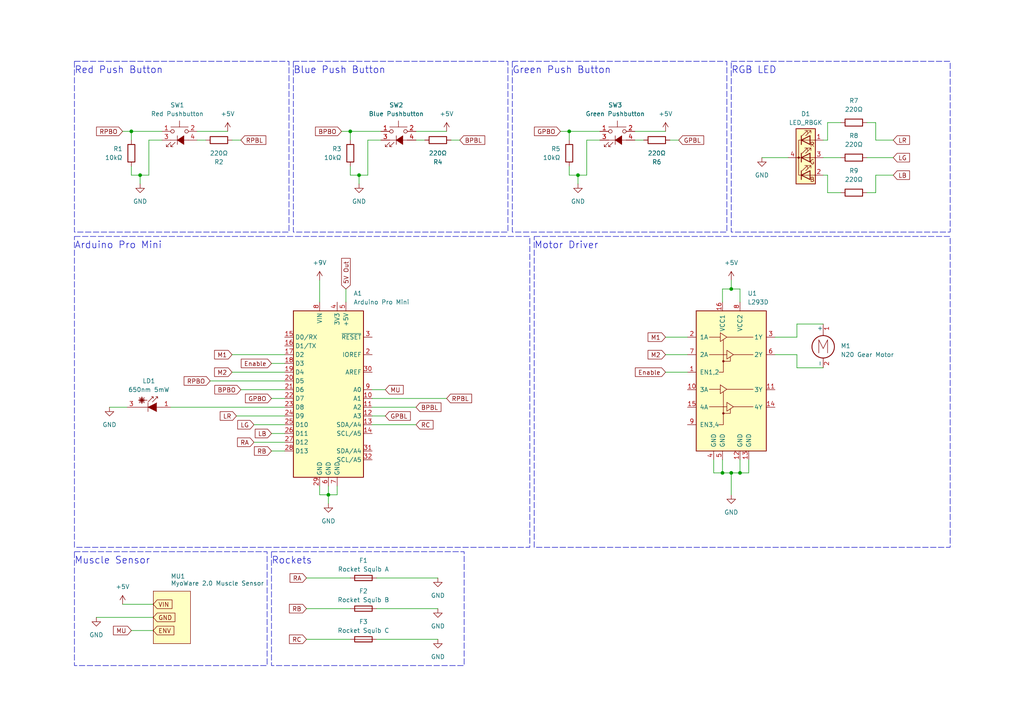
<source format=kicad_sch>
(kicad_sch (version 20230121) (generator eeschema)

  (uuid cf0ed00b-117e-41de-b265-08938e64cf57)

  (paper "A4")

  (title_block
    (title "Project: Wrist Rockets!")
    (date "2024-02-24")
    (rev "1.02")
    (company "University of Advancing Technology")
    (comment 1 "For DBM360 Wearable Technologies")
    (comment 2 "Contributors: Glenn Truett, Zachary Lewis")
    (comment 3 "Diagram by Tyler Widener, tylerwidenerlm@gmail.com")
  )

  (lib_symbols
    (symbol "Device:Fuse" (pin_numbers hide) (pin_names (offset 0)) (in_bom yes) (on_board yes)
      (property "Reference" "F" (at 2.032 0 90)
        (effects (font (size 1.27 1.27)))
      )
      (property "Value" "Fuse" (at -1.905 0 90)
        (effects (font (size 1.27 1.27)))
      )
      (property "Footprint" "" (at -1.778 0 90)
        (effects (font (size 1.27 1.27)) hide)
      )
      (property "Datasheet" "~" (at 0 0 0)
        (effects (font (size 1.27 1.27)) hide)
      )
      (property "ki_keywords" "fuse" (at 0 0 0)
        (effects (font (size 1.27 1.27)) hide)
      )
      (property "ki_description" "Fuse" (at 0 0 0)
        (effects (font (size 1.27 1.27)) hide)
      )
      (property "ki_fp_filters" "*Fuse*" (at 0 0 0)
        (effects (font (size 1.27 1.27)) hide)
      )
      (symbol "Fuse_0_1"
        (rectangle (start -0.762 -2.54) (end 0.762 2.54)
          (stroke (width 0.254) (type default))
          (fill (type none))
        )
        (polyline
          (pts
            (xy 0 2.54)
            (xy 0 -2.54)
          )
          (stroke (width 0) (type default))
          (fill (type none))
        )
      )
      (symbol "Fuse_1_1"
        (pin passive line (at 0 3.81 270) (length 1.27)
          (name "~" (effects (font (size 1.27 1.27))))
          (number "1" (effects (font (size 1.27 1.27))))
        )
        (pin passive line (at 0 -3.81 90) (length 1.27)
          (name "~" (effects (font (size 1.27 1.27))))
          (number "2" (effects (font (size 1.27 1.27))))
        )
      )
    )
    (symbol "Device:LED_RBGK" (pin_names (offset 0) hide) (in_bom yes) (on_board yes)
      (property "Reference" "D" (at 0 9.398 0)
        (effects (font (size 1.27 1.27)))
      )
      (property "Value" "LED_RBGK" (at 0 -8.89 0)
        (effects (font (size 1.27 1.27)))
      )
      (property "Footprint" "" (at 0 -1.27 0)
        (effects (font (size 1.27 1.27)) hide)
      )
      (property "Datasheet" "~" (at 0 -1.27 0)
        (effects (font (size 1.27 1.27)) hide)
      )
      (property "ki_keywords" "LED RGB diode" (at 0 0 0)
        (effects (font (size 1.27 1.27)) hide)
      )
      (property "ki_description" "RGB LED, red/blue/green/cathode" (at 0 0 0)
        (effects (font (size 1.27 1.27)) hide)
      )
      (property "ki_fp_filters" "LED* LED_SMD:* LED_THT:*" (at 0 0 0)
        (effects (font (size 1.27 1.27)) hide)
      )
      (symbol "LED_RBGK_0_0"
        (text "B" (at 1.905 -6.35 0)
          (effects (font (size 1.27 1.27)))
        )
        (text "G" (at 1.905 -1.27 0)
          (effects (font (size 1.27 1.27)))
        )
        (text "R" (at 1.905 3.81 0)
          (effects (font (size 1.27 1.27)))
        )
      )
      (symbol "LED_RBGK_0_1"
        (circle (center -2.032 0) (radius 0.254)
          (stroke (width 0) (type default))
          (fill (type outline))
        )
        (polyline
          (pts
            (xy -1.27 -5.08)
            (xy 1.27 -5.08)
          )
          (stroke (width 0) (type default))
          (fill (type none))
        )
        (polyline
          (pts
            (xy -1.27 -3.81)
            (xy -1.27 -6.35)
          )
          (stroke (width 0.254) (type default))
          (fill (type none))
        )
        (polyline
          (pts
            (xy -1.27 0)
            (xy -2.54 0)
          )
          (stroke (width 0) (type default))
          (fill (type none))
        )
        (polyline
          (pts
            (xy -1.27 1.27)
            (xy -1.27 -1.27)
          )
          (stroke (width 0.254) (type default))
          (fill (type none))
        )
        (polyline
          (pts
            (xy -1.27 5.08)
            (xy 1.27 5.08)
          )
          (stroke (width 0) (type default))
          (fill (type none))
        )
        (polyline
          (pts
            (xy -1.27 6.35)
            (xy -1.27 3.81)
          )
          (stroke (width 0.254) (type default))
          (fill (type none))
        )
        (polyline
          (pts
            (xy 1.27 -5.08)
            (xy 2.54 -5.08)
          )
          (stroke (width 0) (type default))
          (fill (type none))
        )
        (polyline
          (pts
            (xy 1.27 0)
            (xy -1.27 0)
          )
          (stroke (width 0) (type default))
          (fill (type none))
        )
        (polyline
          (pts
            (xy 1.27 0)
            (xy 2.54 0)
          )
          (stroke (width 0) (type default))
          (fill (type none))
        )
        (polyline
          (pts
            (xy 1.27 5.08)
            (xy 2.54 5.08)
          )
          (stroke (width 0) (type default))
          (fill (type none))
        )
        (polyline
          (pts
            (xy -1.27 1.27)
            (xy -1.27 -1.27)
            (xy -1.27 -1.27)
          )
          (stroke (width 0) (type default))
          (fill (type none))
        )
        (polyline
          (pts
            (xy -1.27 6.35)
            (xy -1.27 3.81)
            (xy -1.27 3.81)
          )
          (stroke (width 0) (type default))
          (fill (type none))
        )
        (polyline
          (pts
            (xy -1.27 5.08)
            (xy -2.032 5.08)
            (xy -2.032 -5.08)
            (xy -1.016 -5.08)
          )
          (stroke (width 0) (type default))
          (fill (type none))
        )
        (polyline
          (pts
            (xy 1.27 -3.81)
            (xy 1.27 -6.35)
            (xy -1.27 -5.08)
            (xy 1.27 -3.81)
          )
          (stroke (width 0.254) (type default))
          (fill (type none))
        )
        (polyline
          (pts
            (xy 1.27 1.27)
            (xy 1.27 -1.27)
            (xy -1.27 0)
            (xy 1.27 1.27)
          )
          (stroke (width 0.254) (type default))
          (fill (type none))
        )
        (polyline
          (pts
            (xy 1.27 6.35)
            (xy 1.27 3.81)
            (xy -1.27 5.08)
            (xy 1.27 6.35)
          )
          (stroke (width 0.254) (type default))
          (fill (type none))
        )
        (polyline
          (pts
            (xy -1.016 -3.81)
            (xy 0.508 -2.286)
            (xy -0.254 -2.286)
            (xy 0.508 -2.286)
            (xy 0.508 -3.048)
          )
          (stroke (width 0) (type default))
          (fill (type none))
        )
        (polyline
          (pts
            (xy -1.016 1.27)
            (xy 0.508 2.794)
            (xy -0.254 2.794)
            (xy 0.508 2.794)
            (xy 0.508 2.032)
          )
          (stroke (width 0) (type default))
          (fill (type none))
        )
        (polyline
          (pts
            (xy -1.016 6.35)
            (xy 0.508 7.874)
            (xy -0.254 7.874)
            (xy 0.508 7.874)
            (xy 0.508 7.112)
          )
          (stroke (width 0) (type default))
          (fill (type none))
        )
        (polyline
          (pts
            (xy 0 -3.81)
            (xy 1.524 -2.286)
            (xy 0.762 -2.286)
            (xy 1.524 -2.286)
            (xy 1.524 -3.048)
          )
          (stroke (width 0) (type default))
          (fill (type none))
        )
        (polyline
          (pts
            (xy 0 1.27)
            (xy 1.524 2.794)
            (xy 0.762 2.794)
            (xy 1.524 2.794)
            (xy 1.524 2.032)
          )
          (stroke (width 0) (type default))
          (fill (type none))
        )
        (polyline
          (pts
            (xy 0 6.35)
            (xy 1.524 7.874)
            (xy 0.762 7.874)
            (xy 1.524 7.874)
            (xy 1.524 7.112)
          )
          (stroke (width 0) (type default))
          (fill (type none))
        )
        (rectangle (start 1.27 -1.27) (end 1.27 1.27)
          (stroke (width 0) (type default))
          (fill (type none))
        )
        (rectangle (start 1.27 1.27) (end 1.27 1.27)
          (stroke (width 0) (type default))
          (fill (type none))
        )
        (rectangle (start 1.27 3.81) (end 1.27 6.35)
          (stroke (width 0) (type default))
          (fill (type none))
        )
        (rectangle (start 1.27 6.35) (end 1.27 6.35)
          (stroke (width 0) (type default))
          (fill (type none))
        )
        (rectangle (start 2.794 8.382) (end -2.794 -7.62)
          (stroke (width 0.254) (type default))
          (fill (type background))
        )
      )
      (symbol "LED_RBGK_1_1"
        (pin passive line (at 5.08 5.08 180) (length 2.54)
          (name "RA" (effects (font (size 1.27 1.27))))
          (number "1" (effects (font (size 1.27 1.27))))
        )
        (pin passive line (at 5.08 -5.08 180) (length 2.54)
          (name "BA" (effects (font (size 1.27 1.27))))
          (number "2" (effects (font (size 1.27 1.27))))
        )
        (pin passive line (at 5.08 0 180) (length 2.54)
          (name "GA" (effects (font (size 1.27 1.27))))
          (number "3" (effects (font (size 1.27 1.27))))
        )
        (pin passive line (at -5.08 0 0) (length 2.54)
          (name "K" (effects (font (size 1.27 1.27))))
          (number "4" (effects (font (size 1.27 1.27))))
        )
      )
    )
    (symbol "Device:R" (pin_numbers hide) (pin_names (offset 0)) (in_bom yes) (on_board yes)
      (property "Reference" "R" (at 2.032 0 90)
        (effects (font (size 1.27 1.27)))
      )
      (property "Value" "R" (at 0 0 90)
        (effects (font (size 1.27 1.27)))
      )
      (property "Footprint" "" (at -1.778 0 90)
        (effects (font (size 1.27 1.27)) hide)
      )
      (property "Datasheet" "~" (at 0 0 0)
        (effects (font (size 1.27 1.27)) hide)
      )
      (property "ki_keywords" "R res resistor" (at 0 0 0)
        (effects (font (size 1.27 1.27)) hide)
      )
      (property "ki_description" "Resistor" (at 0 0 0)
        (effects (font (size 1.27 1.27)) hide)
      )
      (property "ki_fp_filters" "R_*" (at 0 0 0)
        (effects (font (size 1.27 1.27)) hide)
      )
      (symbol "R_0_1"
        (rectangle (start -1.016 -2.54) (end 1.016 2.54)
          (stroke (width 0.254) (type default))
          (fill (type none))
        )
      )
      (symbol "R_1_1"
        (pin passive line (at 0 3.81 270) (length 1.27)
          (name "~" (effects (font (size 1.27 1.27))))
          (number "1" (effects (font (size 1.27 1.27))))
        )
        (pin passive line (at 0 -3.81 90) (length 1.27)
          (name "~" (effects (font (size 1.27 1.27))))
          (number "2" (effects (font (size 1.27 1.27))))
        )
      )
    )
    (symbol "Diode_Laser:PL520" (pin_names (offset 1.016) hide) (in_bom yes) (on_board yes)
      (property "Reference" "LD" (at -1.27 4.445 0)
        (effects (font (size 1.27 1.27)))
      )
      (property "Value" "PL520" (at -1.27 -2.54 0)
        (effects (font (size 1.27 1.27)))
      )
      (property "Footprint" "OptoDevice:LaserDiode_TO38ICut-3" (at 0 -4.445 0)
        (effects (font (size 1.27 1.27)) hide)
      )
      (property "Datasheet" "http://www.osram-os.com/Graphics/XPic7/00234693_0.pdf/PL%20520.pdf" (at 0.762 -5.08 0)
        (effects (font (size 1.27 1.27)) hide)
      )
      (property "ki_keywords" "opto laserdiode" (at 0 0 0)
        (effects (font (size 1.27 1.27)) hide)
      )
      (property "ki_description" "Green Laser Diode (520nm), TO-38" (at 0 0 0)
        (effects (font (size 1.27 1.27)) hide)
      )
      (property "ki_fp_filters" "LaserDiode*TO38ICut*" (at 0 0 0)
        (effects (font (size 1.27 1.27)) hide)
      )
      (symbol "PL520_0_1"
        (polyline
          (pts
            (xy -4.064 1.27)
            (xy -2.54 2.794)
          )
          (stroke (width 0) (type default))
          (fill (type none))
        )
        (polyline
          (pts
            (xy -4.064 1.778)
            (xy -2.54 2.286)
          )
          (stroke (width 0) (type default))
          (fill (type none))
        )
        (polyline
          (pts
            (xy -4.064 2.286)
            (xy -2.54 1.778)
          )
          (stroke (width 0) (type default))
          (fill (type none))
        )
        (polyline
          (pts
            (xy -4.064 2.794)
            (xy -2.54 1.27)
          )
          (stroke (width 0) (type default))
          (fill (type none))
        )
        (polyline
          (pts
            (xy -3.556 2.794)
            (xy -3.048 1.27)
          )
          (stroke (width 0) (type default))
          (fill (type none))
        )
        (polyline
          (pts
            (xy -3.302 2.032)
            (xy -3.302 1.016)
          )
          (stroke (width 0) (type default))
          (fill (type none))
        )
        (polyline
          (pts
            (xy -3.302 2.032)
            (xy -3.302 3.048)
          )
          (stroke (width 0) (type default))
          (fill (type none))
        )
        (polyline
          (pts
            (xy -3.048 2.794)
            (xy -3.556 1.27)
          )
          (stroke (width 0) (type default))
          (fill (type none))
        )
        (polyline
          (pts
            (xy -1.778 2.032)
            (xy -4.318 2.032)
          )
          (stroke (width 0) (type default))
          (fill (type none))
        )
        (polyline
          (pts
            (xy -1.524 1.27)
            (xy -1.524 -1.27)
          )
          (stroke (width 0.1524) (type default))
          (fill (type none))
        )
        (polyline
          (pts
            (xy 1.27 3.048)
            (xy 0.762 3.048)
          )
          (stroke (width 0) (type default))
          (fill (type none))
        )
        (polyline
          (pts
            (xy 2.54 0)
            (xy -5.08 0)
          )
          (stroke (width 0) (type default))
          (fill (type none))
        )
        (polyline
          (pts
            (xy -0.254 1.524)
            (xy 1.27 3.048)
            (xy 1.27 2.54)
          )
          (stroke (width 0) (type default))
          (fill (type none))
        )
        (polyline
          (pts
            (xy 1.016 1.27)
            (xy -1.524 0)
            (xy 1.016 -1.27)
          )
          (stroke (width 0) (type default))
          (fill (type outline))
        )
        (polyline
          (pts
            (xy -1.524 1.524)
            (xy 0 3.048)
            (xy 0 2.54)
            (xy 0 3.048)
            (xy -0.508 3.048)
          )
          (stroke (width 0) (type default))
          (fill (type none))
        )
      )
      (symbol "PL520_1_1"
        (pin passive line (at 5.08 0 180) (length 2.54)
          (name "A" (effects (font (size 1.27 1.27))))
          (number "1" (effects (font (size 1.27 1.27))))
        )
        (pin no_connect line (at -1.27 0 0) (length 2.54) hide
          (name "NC" (effects (font (size 1.27 1.27))))
          (number "2" (effects (font (size 1.27 1.27))))
        )
        (pin passive line (at -7.62 0 0) (length 2.54)
          (name "C" (effects (font (size 1.27 1.27))))
          (number "3" (effects (font (size 1.27 1.27))))
        )
      )
    )
    (symbol "Driver_Motor:L293D" (pin_names (offset 1.016)) (in_bom yes) (on_board yes)
      (property "Reference" "U" (at -5.08 26.035 0)
        (effects (font (size 1.27 1.27)) (justify right))
      )
      (property "Value" "L293D" (at -5.08 24.13 0)
        (effects (font (size 1.27 1.27)) (justify right))
      )
      (property "Footprint" "Package_DIP:DIP-16_W7.62mm" (at 6.35 -19.05 0)
        (effects (font (size 1.27 1.27)) (justify left) hide)
      )
      (property "Datasheet" "http://www.ti.com/lit/ds/symlink/l293.pdf" (at -7.62 17.78 0)
        (effects (font (size 1.27 1.27)) hide)
      )
      (property "ki_keywords" "Half-H Driver Motor" (at 0 0 0)
        (effects (font (size 1.27 1.27)) hide)
      )
      (property "ki_description" "Quadruple Half-H Drivers" (at 0 0 0)
        (effects (font (size 1.27 1.27)) hide)
      )
      (property "ki_fp_filters" "DIP*W7.62mm*" (at 0 0 0)
        (effects (font (size 1.27 1.27)) hide)
      )
      (symbol "L293D_0_1"
        (rectangle (start -10.16 22.86) (end 10.16 -17.78)
          (stroke (width 0.254) (type default))
          (fill (type background))
        )
        (circle (center -2.286 -6.858) (radius 0.254)
          (stroke (width 0) (type default))
          (fill (type outline))
        )
        (circle (center -2.286 8.255) (radius 0.254)
          (stroke (width 0) (type default))
          (fill (type outline))
        )
        (polyline
          (pts
            (xy -6.35 -4.953)
            (xy -1.27 -4.953)
          )
          (stroke (width 0) (type default))
          (fill (type none))
        )
        (polyline
          (pts
            (xy -6.35 0.127)
            (xy -3.175 0.127)
          )
          (stroke (width 0) (type default))
          (fill (type none))
        )
        (polyline
          (pts
            (xy -6.35 10.16)
            (xy -1.27 10.16)
          )
          (stroke (width 0) (type default))
          (fill (type none))
        )
        (polyline
          (pts
            (xy -6.35 15.24)
            (xy -3.175 15.24)
          )
          (stroke (width 0) (type default))
          (fill (type none))
        )
        (polyline
          (pts
            (xy -1.27 0.127)
            (xy 6.35 0.127)
          )
          (stroke (width 0) (type default))
          (fill (type none))
        )
        (polyline
          (pts
            (xy -1.27 15.24)
            (xy 6.35 15.24)
          )
          (stroke (width 0) (type default))
          (fill (type none))
        )
        (polyline
          (pts
            (xy 0.635 -4.953)
            (xy 6.35 -4.953)
          )
          (stroke (width 0) (type default))
          (fill (type none))
        )
        (polyline
          (pts
            (xy 0.635 10.16)
            (xy 6.35 10.16)
          )
          (stroke (width 0) (type default))
          (fill (type none))
        )
        (polyline
          (pts
            (xy -2.286 -6.858)
            (xy -0.254 -6.858)
            (xy -0.254 -5.588)
          )
          (stroke (width 0) (type default))
          (fill (type none))
        )
        (polyline
          (pts
            (xy -2.286 -0.635)
            (xy -2.286 -10.16)
            (xy -3.556 -10.16)
          )
          (stroke (width 0) (type default))
          (fill (type none))
        )
        (polyline
          (pts
            (xy -2.286 8.255)
            (xy -0.254 8.255)
            (xy -0.254 9.525)
          )
          (stroke (width 0) (type default))
          (fill (type none))
        )
        (polyline
          (pts
            (xy -2.286 14.478)
            (xy -2.286 5.08)
            (xy -3.556 5.08)
          )
          (stroke (width 0) (type default))
          (fill (type none))
        )
        (polyline
          (pts
            (xy -3.175 1.397)
            (xy -3.175 -1.143)
            (xy -1.27 0.127)
            (xy -3.175 1.397)
          )
          (stroke (width 0) (type default))
          (fill (type none))
        )
        (polyline
          (pts
            (xy -3.175 16.51)
            (xy -3.175 13.97)
            (xy -1.27 15.24)
            (xy -3.175 16.51)
          )
          (stroke (width 0) (type default))
          (fill (type none))
        )
        (polyline
          (pts
            (xy -1.27 -3.683)
            (xy -1.27 -6.223)
            (xy 0.635 -4.953)
            (xy -1.27 -3.683)
          )
          (stroke (width 0) (type default))
          (fill (type none))
        )
        (polyline
          (pts
            (xy -1.27 11.43)
            (xy -1.27 8.89)
            (xy 0.635 10.16)
            (xy -1.27 11.43)
          )
          (stroke (width 0) (type default))
          (fill (type none))
        )
      )
      (symbol "L293D_1_1"
        (pin input line (at -12.7 5.08 0) (length 2.54)
          (name "EN1,2" (effects (font (size 1.27 1.27))))
          (number "1" (effects (font (size 1.27 1.27))))
        )
        (pin input line (at -12.7 0 0) (length 2.54)
          (name "3A" (effects (font (size 1.27 1.27))))
          (number "10" (effects (font (size 1.27 1.27))))
        )
        (pin output line (at 12.7 0 180) (length 2.54)
          (name "3Y" (effects (font (size 1.27 1.27))))
          (number "11" (effects (font (size 1.27 1.27))))
        )
        (pin power_in line (at 2.54 -20.32 90) (length 2.54)
          (name "GND" (effects (font (size 1.27 1.27))))
          (number "12" (effects (font (size 1.27 1.27))))
        )
        (pin power_in line (at 5.08 -20.32 90) (length 2.54)
          (name "GND" (effects (font (size 1.27 1.27))))
          (number "13" (effects (font (size 1.27 1.27))))
        )
        (pin output line (at 12.7 -5.08 180) (length 2.54)
          (name "4Y" (effects (font (size 1.27 1.27))))
          (number "14" (effects (font (size 1.27 1.27))))
        )
        (pin input line (at -12.7 -5.08 0) (length 2.54)
          (name "4A" (effects (font (size 1.27 1.27))))
          (number "15" (effects (font (size 1.27 1.27))))
        )
        (pin power_in line (at -2.54 25.4 270) (length 2.54)
          (name "VCC1" (effects (font (size 1.27 1.27))))
          (number "16" (effects (font (size 1.27 1.27))))
        )
        (pin input line (at -12.7 15.24 0) (length 2.54)
          (name "1A" (effects (font (size 1.27 1.27))))
          (number "2" (effects (font (size 1.27 1.27))))
        )
        (pin output line (at 12.7 15.24 180) (length 2.54)
          (name "1Y" (effects (font (size 1.27 1.27))))
          (number "3" (effects (font (size 1.27 1.27))))
        )
        (pin power_in line (at -5.08 -20.32 90) (length 2.54)
          (name "GND" (effects (font (size 1.27 1.27))))
          (number "4" (effects (font (size 1.27 1.27))))
        )
        (pin power_in line (at -2.54 -20.32 90) (length 2.54)
          (name "GND" (effects (font (size 1.27 1.27))))
          (number "5" (effects (font (size 1.27 1.27))))
        )
        (pin output line (at 12.7 10.16 180) (length 2.54)
          (name "2Y" (effects (font (size 1.27 1.27))))
          (number "6" (effects (font (size 1.27 1.27))))
        )
        (pin input line (at -12.7 10.16 0) (length 2.54)
          (name "2A" (effects (font (size 1.27 1.27))))
          (number "7" (effects (font (size 1.27 1.27))))
        )
        (pin power_in line (at 2.54 25.4 270) (length 2.54)
          (name "VCC2" (effects (font (size 1.27 1.27))))
          (number "8" (effects (font (size 1.27 1.27))))
        )
        (pin input line (at -12.7 -10.16 0) (length 2.54)
          (name "EN3,4" (effects (font (size 1.27 1.27))))
          (number "9" (effects (font (size 1.27 1.27))))
        )
      )
    )
    (symbol "MCU_Module:Arduino_UNO_R3" (in_bom yes) (on_board yes)
      (property "Reference" "A" (at -10.16 23.495 0)
        (effects (font (size 1.27 1.27)) (justify left bottom))
      )
      (property "Value" "Arduino_UNO_R3" (at 5.08 -26.67 0)
        (effects (font (size 1.27 1.27)) (justify left top))
      )
      (property "Footprint" "Module:Arduino_UNO_R3" (at 0 0 0)
        (effects (font (size 1.27 1.27) italic) hide)
      )
      (property "Datasheet" "https://www.arduino.cc/en/Main/arduinoBoardUno" (at 0 0 0)
        (effects (font (size 1.27 1.27)) hide)
      )
      (property "ki_keywords" "Arduino UNO R3 Microcontroller Module Atmel AVR USB" (at 0 0 0)
        (effects (font (size 1.27 1.27)) hide)
      )
      (property "ki_description" "Arduino UNO Microcontroller Module, release 3" (at 0 0 0)
        (effects (font (size 1.27 1.27)) hide)
      )
      (property "ki_fp_filters" "Arduino*UNO*R3*" (at 0 0 0)
        (effects (font (size 1.27 1.27)) hide)
      )
      (symbol "Arduino_UNO_R3_0_1"
        (rectangle (start -10.16 22.86) (end 10.16 -25.4)
          (stroke (width 0.254) (type default))
          (fill (type background))
        )
      )
      (symbol "Arduino_UNO_R3_1_1"
        (pin no_connect line (at -10.16 -20.32 0) (length 2.54) hide
          (name "NC" (effects (font (size 1.27 1.27))))
          (number "1" (effects (font (size 1.27 1.27))))
        )
        (pin bidirectional line (at 12.7 -2.54 180) (length 2.54)
          (name "A1" (effects (font (size 1.27 1.27))))
          (number "10" (effects (font (size 1.27 1.27))))
        )
        (pin bidirectional line (at 12.7 -5.08 180) (length 2.54)
          (name "A2" (effects (font (size 1.27 1.27))))
          (number "11" (effects (font (size 1.27 1.27))))
        )
        (pin bidirectional line (at 12.7 -7.62 180) (length 2.54)
          (name "A3" (effects (font (size 1.27 1.27))))
          (number "12" (effects (font (size 1.27 1.27))))
        )
        (pin bidirectional line (at 12.7 -10.16 180) (length 2.54)
          (name "SDA/A4" (effects (font (size 1.27 1.27))))
          (number "13" (effects (font (size 1.27 1.27))))
        )
        (pin bidirectional line (at 12.7 -12.7 180) (length 2.54)
          (name "SCL/A5" (effects (font (size 1.27 1.27))))
          (number "14" (effects (font (size 1.27 1.27))))
        )
        (pin bidirectional line (at -12.7 15.24 0) (length 2.54)
          (name "D0/RX" (effects (font (size 1.27 1.27))))
          (number "15" (effects (font (size 1.27 1.27))))
        )
        (pin bidirectional line (at -12.7 12.7 0) (length 2.54)
          (name "D1/TX" (effects (font (size 1.27 1.27))))
          (number "16" (effects (font (size 1.27 1.27))))
        )
        (pin bidirectional line (at -12.7 10.16 0) (length 2.54)
          (name "D2" (effects (font (size 1.27 1.27))))
          (number "17" (effects (font (size 1.27 1.27))))
        )
        (pin bidirectional line (at -12.7 7.62 0) (length 2.54)
          (name "D3" (effects (font (size 1.27 1.27))))
          (number "18" (effects (font (size 1.27 1.27))))
        )
        (pin bidirectional line (at -12.7 5.08 0) (length 2.54)
          (name "D4" (effects (font (size 1.27 1.27))))
          (number "19" (effects (font (size 1.27 1.27))))
        )
        (pin output line (at 12.7 10.16 180) (length 2.54)
          (name "IOREF" (effects (font (size 1.27 1.27))))
          (number "2" (effects (font (size 1.27 1.27))))
        )
        (pin bidirectional line (at -12.7 2.54 0) (length 2.54)
          (name "D5" (effects (font (size 1.27 1.27))))
          (number "20" (effects (font (size 1.27 1.27))))
        )
        (pin bidirectional line (at -12.7 0 0) (length 2.54)
          (name "D6" (effects (font (size 1.27 1.27))))
          (number "21" (effects (font (size 1.27 1.27))))
        )
        (pin bidirectional line (at -12.7 -2.54 0) (length 2.54)
          (name "D7" (effects (font (size 1.27 1.27))))
          (number "22" (effects (font (size 1.27 1.27))))
        )
        (pin bidirectional line (at -12.7 -5.08 0) (length 2.54)
          (name "D8" (effects (font (size 1.27 1.27))))
          (number "23" (effects (font (size 1.27 1.27))))
        )
        (pin bidirectional line (at -12.7 -7.62 0) (length 2.54)
          (name "D9" (effects (font (size 1.27 1.27))))
          (number "24" (effects (font (size 1.27 1.27))))
        )
        (pin bidirectional line (at -12.7 -10.16 0) (length 2.54)
          (name "D10" (effects (font (size 1.27 1.27))))
          (number "25" (effects (font (size 1.27 1.27))))
        )
        (pin bidirectional line (at -12.7 -12.7 0) (length 2.54)
          (name "D11" (effects (font (size 1.27 1.27))))
          (number "26" (effects (font (size 1.27 1.27))))
        )
        (pin bidirectional line (at -12.7 -15.24 0) (length 2.54)
          (name "D12" (effects (font (size 1.27 1.27))))
          (number "27" (effects (font (size 1.27 1.27))))
        )
        (pin bidirectional line (at -12.7 -17.78 0) (length 2.54)
          (name "D13" (effects (font (size 1.27 1.27))))
          (number "28" (effects (font (size 1.27 1.27))))
        )
        (pin power_in line (at -2.54 -27.94 90) (length 2.54)
          (name "GND" (effects (font (size 1.27 1.27))))
          (number "29" (effects (font (size 1.27 1.27))))
        )
        (pin input line (at 12.7 15.24 180) (length 2.54)
          (name "~{RESET}" (effects (font (size 1.27 1.27))))
          (number "3" (effects (font (size 1.27 1.27))))
        )
        (pin input line (at 12.7 5.08 180) (length 2.54)
          (name "AREF" (effects (font (size 1.27 1.27))))
          (number "30" (effects (font (size 1.27 1.27))))
        )
        (pin bidirectional line (at 12.7 -17.78 180) (length 2.54)
          (name "SDA/A4" (effects (font (size 1.27 1.27))))
          (number "31" (effects (font (size 1.27 1.27))))
        )
        (pin bidirectional line (at 12.7 -20.32 180) (length 2.54)
          (name "SCL/A5" (effects (font (size 1.27 1.27))))
          (number "32" (effects (font (size 1.27 1.27))))
        )
        (pin power_out line (at 2.54 25.4 270) (length 2.54)
          (name "3V3" (effects (font (size 1.27 1.27))))
          (number "4" (effects (font (size 1.27 1.27))))
        )
        (pin power_out line (at 5.08 25.4 270) (length 2.54)
          (name "+5V" (effects (font (size 1.27 1.27))))
          (number "5" (effects (font (size 1.27 1.27))))
        )
        (pin power_in line (at 0 -27.94 90) (length 2.54)
          (name "GND" (effects (font (size 1.27 1.27))))
          (number "6" (effects (font (size 1.27 1.27))))
        )
        (pin power_in line (at 2.54 -27.94 90) (length 2.54)
          (name "GND" (effects (font (size 1.27 1.27))))
          (number "7" (effects (font (size 1.27 1.27))))
        )
        (pin power_in line (at -2.54 25.4 270) (length 2.54)
          (name "VIN" (effects (font (size 1.27 1.27))))
          (number "8" (effects (font (size 1.27 1.27))))
        )
        (pin bidirectional line (at 12.7 0 180) (length 2.54)
          (name "A0" (effects (font (size 1.27 1.27))))
          (number "9" (effects (font (size 1.27 1.27))))
        )
      )
    )
    (symbol "Motor:Motor_DC" (pin_names (offset 0)) (in_bom yes) (on_board yes)
      (property "Reference" "M" (at 2.54 2.54 0)
        (effects (font (size 1.27 1.27)) (justify left))
      )
      (property "Value" "Motor_DC" (at 2.54 -5.08 0)
        (effects (font (size 1.27 1.27)) (justify left top))
      )
      (property "Footprint" "" (at 0 -2.286 0)
        (effects (font (size 1.27 1.27)) hide)
      )
      (property "Datasheet" "~" (at 0 -2.286 0)
        (effects (font (size 1.27 1.27)) hide)
      )
      (property "ki_keywords" "DC Motor" (at 0 0 0)
        (effects (font (size 1.27 1.27)) hide)
      )
      (property "ki_description" "DC Motor" (at 0 0 0)
        (effects (font (size 1.27 1.27)) hide)
      )
      (property "ki_fp_filters" "PinHeader*P2.54mm* TerminalBlock*" (at 0 0 0)
        (effects (font (size 1.27 1.27)) hide)
      )
      (symbol "Motor_DC_0_0"
        (polyline
          (pts
            (xy -1.27 -3.302)
            (xy -1.27 0.508)
            (xy 0 -2.032)
            (xy 1.27 0.508)
            (xy 1.27 -3.302)
          )
          (stroke (width 0) (type default))
          (fill (type none))
        )
      )
      (symbol "Motor_DC_0_1"
        (circle (center 0 -1.524) (radius 3.2512)
          (stroke (width 0.254) (type default))
          (fill (type none))
        )
        (polyline
          (pts
            (xy 0 -7.62)
            (xy 0 -7.112)
          )
          (stroke (width 0) (type default))
          (fill (type none))
        )
        (polyline
          (pts
            (xy 0 -4.7752)
            (xy 0 -5.1816)
          )
          (stroke (width 0) (type default))
          (fill (type none))
        )
        (polyline
          (pts
            (xy 0 1.7272)
            (xy 0 2.0828)
          )
          (stroke (width 0) (type default))
          (fill (type none))
        )
        (polyline
          (pts
            (xy 0 2.032)
            (xy 0 2.54)
          )
          (stroke (width 0) (type default))
          (fill (type none))
        )
      )
      (symbol "Motor_DC_1_1"
        (pin passive line (at 0 5.08 270) (length 2.54)
          (name "+" (effects (font (size 1.27 1.27))))
          (number "1" (effects (font (size 1.27 1.27))))
        )
        (pin passive line (at 0 -7.62 90) (length 2.54)
          (name "-" (effects (font (size 1.27 1.27))))
          (number "2" (effects (font (size 1.27 1.27))))
        )
      )
    )
    (symbol "Switch:SW_Push_LED" (pin_names (offset 1.016) hide) (in_bom yes) (on_board yes)
      (property "Reference" "SW" (at 0.635 5.715 0)
        (effects (font (size 1.27 1.27)) (justify left))
      )
      (property "Value" "SW_Push_LED" (at 0 -3.175 0)
        (effects (font (size 1.27 1.27)))
      )
      (property "Footprint" "" (at 0 7.62 0)
        (effects (font (size 1.27 1.27)) hide)
      )
      (property "Datasheet" "~" (at 0 7.62 0)
        (effects (font (size 1.27 1.27)) hide)
      )
      (property "ki_keywords" "switch normally-open pushbutton push-button LED" (at 0 0 0)
        (effects (font (size 1.27 1.27)) hide)
      )
      (property "ki_description" "Push button switch with LED, generic" (at 0 0 0)
        (effects (font (size 1.27 1.27)) hide)
      )
      (symbol "SW_Push_LED_0_0"
        (polyline
          (pts
            (xy -3.81 -1.905)
            (xy -2.54 -0.635)
          )
          (stroke (width 0) (type default))
          (fill (type none))
        )
        (polyline
          (pts
            (xy -2.54 -1.905)
            (xy -1.27 -0.635)
          )
          (stroke (width 0) (type default))
          (fill (type none))
        )
        (polyline
          (pts
            (xy -2.54 0)
            (xy 2.54 0)
          )
          (stroke (width 0) (type default))
          (fill (type none))
        )
        (polyline
          (pts
            (xy -0.635 1.27)
            (xy -0.635 -1.27)
          )
          (stroke (width 0) (type default))
          (fill (type none))
        )
        (polyline
          (pts
            (xy -3.81 -1.27)
            (xy -3.81 -1.905)
            (xy -3.175 -1.905)
          )
          (stroke (width 0) (type default))
          (fill (type none))
        )
        (polyline
          (pts
            (xy -2.54 -1.27)
            (xy -2.54 -1.905)
            (xy -1.905 -1.905)
          )
          (stroke (width 0) (type default))
          (fill (type none))
        )
        (polyline
          (pts
            (xy -0.635 0)
            (xy 1.27 1.27)
            (xy 1.27 -1.27)
            (xy -0.635 0)
          )
          (stroke (width 0) (type default))
          (fill (type outline))
        )
      )
      (symbol "SW_Push_LED_0_1"
        (circle (center -2.032 2.54) (radius 0.508)
          (stroke (width 0) (type default))
          (fill (type none))
        )
        (polyline
          (pts
            (xy 0 3.81)
            (xy 0 5.588)
          )
          (stroke (width 0) (type default))
          (fill (type none))
        )
        (polyline
          (pts
            (xy 2.54 3.81)
            (xy -2.54 3.81)
          )
          (stroke (width 0) (type default))
          (fill (type none))
        )
        (circle (center 2.032 2.54) (radius 0.508)
          (stroke (width 0) (type default))
          (fill (type none))
        )
        (pin passive line (at -5.08 2.54 0) (length 2.54)
          (name "1" (effects (font (size 1.27 1.27))))
          (number "1" (effects (font (size 1.27 1.27))))
        )
        (pin passive line (at 5.08 2.54 180) (length 2.54)
          (name "2" (effects (font (size 1.27 1.27))))
          (number "2" (effects (font (size 1.27 1.27))))
        )
        (pin passive line (at -5.08 0 0) (length 2.54)
          (name "K" (effects (font (size 1.27 1.27))))
          (number "3" (effects (font (size 1.27 1.27))))
        )
        (pin passive line (at 5.08 0 180) (length 2.54)
          (name "A" (effects (font (size 1.27 1.27))))
          (number "4" (effects (font (size 1.27 1.27))))
        )
      )
    )
    (symbol "power:+5V" (power) (pin_names (offset 0)) (in_bom yes) (on_board yes)
      (property "Reference" "#PWR" (at 0 -3.81 0)
        (effects (font (size 1.27 1.27)) hide)
      )
      (property "Value" "+5V" (at 0 3.556 0)
        (effects (font (size 1.27 1.27)))
      )
      (property "Footprint" "" (at 0 0 0)
        (effects (font (size 1.27 1.27)) hide)
      )
      (property "Datasheet" "" (at 0 0 0)
        (effects (font (size 1.27 1.27)) hide)
      )
      (property "ki_keywords" "global power" (at 0 0 0)
        (effects (font (size 1.27 1.27)) hide)
      )
      (property "ki_description" "Power symbol creates a global label with name \"+5V\"" (at 0 0 0)
        (effects (font (size 1.27 1.27)) hide)
      )
      (symbol "+5V_0_1"
        (polyline
          (pts
            (xy -0.762 1.27)
            (xy 0 2.54)
          )
          (stroke (width 0) (type default))
          (fill (type none))
        )
        (polyline
          (pts
            (xy 0 0)
            (xy 0 2.54)
          )
          (stroke (width 0) (type default))
          (fill (type none))
        )
        (polyline
          (pts
            (xy 0 2.54)
            (xy 0.762 1.27)
          )
          (stroke (width 0) (type default))
          (fill (type none))
        )
      )
      (symbol "+5V_1_1"
        (pin power_in line (at 0 0 90) (length 0) hide
          (name "+5V" (effects (font (size 1.27 1.27))))
          (number "1" (effects (font (size 1.27 1.27))))
        )
      )
    )
    (symbol "power:+9V" (power) (pin_names (offset 0)) (in_bom yes) (on_board yes)
      (property "Reference" "#PWR" (at 0 -3.81 0)
        (effects (font (size 1.27 1.27)) hide)
      )
      (property "Value" "+9V" (at 0 3.556 0)
        (effects (font (size 1.27 1.27)))
      )
      (property "Footprint" "" (at 0 0 0)
        (effects (font (size 1.27 1.27)) hide)
      )
      (property "Datasheet" "" (at 0 0 0)
        (effects (font (size 1.27 1.27)) hide)
      )
      (property "ki_keywords" "global power" (at 0 0 0)
        (effects (font (size 1.27 1.27)) hide)
      )
      (property "ki_description" "Power symbol creates a global label with name \"+9V\"" (at 0 0 0)
        (effects (font (size 1.27 1.27)) hide)
      )
      (symbol "+9V_0_1"
        (polyline
          (pts
            (xy -0.762 1.27)
            (xy 0 2.54)
          )
          (stroke (width 0) (type default))
          (fill (type none))
        )
        (polyline
          (pts
            (xy 0 0)
            (xy 0 2.54)
          )
          (stroke (width 0) (type default))
          (fill (type none))
        )
        (polyline
          (pts
            (xy 0 2.54)
            (xy 0.762 1.27)
          )
          (stroke (width 0) (type default))
          (fill (type none))
        )
      )
      (symbol "+9V_1_1"
        (pin power_in line (at 0 0 90) (length 0) hide
          (name "+9V" (effects (font (size 1.27 1.27))))
          (number "1" (effects (font (size 1.27 1.27))))
        )
      )
    )
    (symbol "power:GND" (power) (pin_names (offset 0)) (in_bom yes) (on_board yes)
      (property "Reference" "#PWR" (at 0 -6.35 0)
        (effects (font (size 1.27 1.27)) hide)
      )
      (property "Value" "GND" (at 0 -3.81 0)
        (effects (font (size 1.27 1.27)))
      )
      (property "Footprint" "" (at 0 0 0)
        (effects (font (size 1.27 1.27)) hide)
      )
      (property "Datasheet" "" (at 0 0 0)
        (effects (font (size 1.27 1.27)) hide)
      )
      (property "ki_keywords" "global power" (at 0 0 0)
        (effects (font (size 1.27 1.27)) hide)
      )
      (property "ki_description" "Power symbol creates a global label with name \"GND\" , ground" (at 0 0 0)
        (effects (font (size 1.27 1.27)) hide)
      )
      (symbol "GND_0_1"
        (polyline
          (pts
            (xy 0 0)
            (xy 0 -1.27)
            (xy 1.27 -1.27)
            (xy 0 -2.54)
            (xy -1.27 -1.27)
            (xy 0 -1.27)
          )
          (stroke (width 0) (type default))
          (fill (type none))
        )
      )
      (symbol "GND_1_1"
        (pin power_in line (at 0 0 270) (length 0) hide
          (name "GND" (effects (font (size 1.27 1.27))))
          (number "1" (effects (font (size 1.27 1.27))))
        )
      )
    )
  )

  (junction (at 95.25 143.51) (diameter 0) (color 0 0 0 0)
    (uuid 02e08276-fb62-4376-93ef-a41c0085db2f)
  )
  (junction (at 212.09 83.82) (diameter 0) (color 0 0 0 0)
    (uuid 05028424-cfa0-4096-b46a-f9df10efe256)
  )
  (junction (at 104.14 50.8) (diameter 0) (color 0 0 0 0)
    (uuid 22034cd7-9da1-44e9-97ea-50b6adaad938)
  )
  (junction (at 209.55 137.16) (diameter 0) (color 0 0 0 0)
    (uuid 43c200f4-a43e-4a9a-a5af-2f9c896db1a8)
  )
  (junction (at 40.64 50.8) (diameter 0) (color 0 0 0 0)
    (uuid 7cf4ee6a-6cdf-4c29-bad5-a5830830e74b)
  )
  (junction (at 214.63 137.16) (diameter 0) (color 0 0 0 0)
    (uuid 7fdf57f8-91df-49ae-acd2-93ad68325d80)
  )
  (junction (at 38.1 38.1) (diameter 0) (color 0 0 0 0)
    (uuid a38459ce-0848-4b88-95d6-5320d58653db)
  )
  (junction (at 101.6 38.1) (diameter 0) (color 0 0 0 0)
    (uuid b0e86b64-561d-4956-b987-f31307ed553f)
  )
  (junction (at 167.64 50.8) (diameter 0) (color 0 0 0 0)
    (uuid c6b698f4-627d-4230-a196-d532418e67fb)
  )
  (junction (at 212.09 137.16) (diameter 0) (color 0 0 0 0)
    (uuid ce6ce7da-e893-4b39-b1db-c3f2dcd48c0c)
  )
  (junction (at 165.1 38.1) (diameter 0) (color 0 0 0 0)
    (uuid dcc4632d-c47d-4ced-b711-06e619557643)
  )

  (wire (pts (xy 101.6 50.8) (xy 101.6 48.26))
    (stroke (width 0) (type default))
    (uuid 06f82eb2-b4ad-4b0e-9576-a4053014999a)
  )
  (wire (pts (xy 217.17 133.35) (xy 217.17 137.16))
    (stroke (width 0) (type default))
    (uuid 07aaeeac-dd3e-49a9-bbcf-7d39e28111a9)
  )
  (wire (pts (xy 238.76 93.98) (xy 231.14 93.98))
    (stroke (width 0) (type default))
    (uuid 08c07fab-9315-425b-a755-36ebf8549f12)
  )
  (wire (pts (xy 240.03 55.88) (xy 240.03 50.8))
    (stroke (width 0) (type default))
    (uuid 0cae34a9-a8b3-4b9c-971f-e259dd142294)
  )
  (wire (pts (xy 238.76 106.68) (xy 231.14 106.68))
    (stroke (width 0) (type default))
    (uuid 0ec17ded-f54a-4f02-9e87-0a4a9dbb46d9)
  )
  (wire (pts (xy 88.9 167.64) (xy 101.6 167.64))
    (stroke (width 0) (type default))
    (uuid 10aa4d45-cdf5-4c3f-98ad-b4c5320b3f61)
  )
  (wire (pts (xy 60.96 110.49) (xy 82.55 110.49))
    (stroke (width 0) (type default))
    (uuid 124697f0-3b1e-46bc-ae17-a1c90e3c5405)
  )
  (wire (pts (xy 109.22 185.42) (xy 127 185.42))
    (stroke (width 0) (type default))
    (uuid 12e650d7-a2e5-4073-8b3c-9d4182651f76)
  )
  (wire (pts (xy 107.95 115.57) (xy 129.54 115.57))
    (stroke (width 0) (type default))
    (uuid 13fd6bfc-ca92-4a2a-aa6b-2cd254c6c0fe)
  )
  (wire (pts (xy 101.6 40.64) (xy 101.6 38.1))
    (stroke (width 0) (type default))
    (uuid 155b8485-3473-4695-a223-61428362b019)
  )
  (wire (pts (xy 67.31 102.87) (xy 82.55 102.87))
    (stroke (width 0) (type default))
    (uuid 1b3b0062-f426-4dcb-8857-b9ec8994955d)
  )
  (wire (pts (xy 167.64 50.8) (xy 167.64 53.34))
    (stroke (width 0) (type default))
    (uuid 1b5ca5d2-de6d-49c1-a9a8-641357d0ffd8)
  )
  (wire (pts (xy 259.08 50.8) (xy 254 50.8))
    (stroke (width 0) (type default))
    (uuid 1b8eb2c7-1b54-4a0e-af64-16c14be2c7fa)
  )
  (wire (pts (xy 170.18 40.64) (xy 170.18 50.8))
    (stroke (width 0) (type default))
    (uuid 1cd25ee2-a7c8-4974-9022-d01a98444508)
  )
  (wire (pts (xy 238.76 45.72) (xy 243.84 45.72))
    (stroke (width 0) (type default))
    (uuid 1d9cd7e6-9fc6-44a0-9ff9-fa2aa90ef7ed)
  )
  (wire (pts (xy 120.65 38.1) (xy 129.54 38.1))
    (stroke (width 0) (type default))
    (uuid 200be380-47a8-4dbc-b2b7-e78253884568)
  )
  (wire (pts (xy 92.71 143.51) (xy 95.25 143.51))
    (stroke (width 0) (type default))
    (uuid 21b42b38-8f36-4248-9eb1-a710ae68f4d6)
  )
  (wire (pts (xy 110.49 40.64) (xy 106.68 40.64))
    (stroke (width 0) (type default))
    (uuid 22f967be-a697-43e9-be2a-70f98c686f84)
  )
  (wire (pts (xy 107.95 118.11) (xy 120.65 118.11))
    (stroke (width 0) (type default))
    (uuid 269b7c6e-d43f-4b23-9788-9ae276a5740f)
  )
  (wire (pts (xy 130.81 40.64) (xy 133.35 40.64))
    (stroke (width 0) (type default))
    (uuid 27d3d365-da13-4679-ab74-874b0c6c460a)
  )
  (wire (pts (xy 40.64 50.8) (xy 38.1 50.8))
    (stroke (width 0) (type default))
    (uuid 286af4bf-7823-42ba-abea-eb5fea9c0872)
  )
  (wire (pts (xy 165.1 38.1) (xy 173.99 38.1))
    (stroke (width 0) (type default))
    (uuid 2be67438-853c-40ef-8327-b9a56bb73cfa)
  )
  (wire (pts (xy 78.74 125.73) (xy 82.55 125.73))
    (stroke (width 0) (type default))
    (uuid 2c774421-e802-468d-82a2-adb7dcbb00ca)
  )
  (wire (pts (xy 27.94 179.07) (xy 44.45 179.07))
    (stroke (width 0) (type default))
    (uuid 2d6936ac-5651-40ad-a8b1-356818c9e813)
  )
  (wire (pts (xy 106.68 50.8) (xy 104.14 50.8))
    (stroke (width 0) (type default))
    (uuid 2fd04c78-80e7-42cf-a047-cd29017c0714)
  )
  (wire (pts (xy 240.03 55.88) (xy 243.84 55.88))
    (stroke (width 0) (type default))
    (uuid 3072e79d-16bc-483a-8261-5bad68d030cc)
  )
  (wire (pts (xy 254 50.8) (xy 254 55.88))
    (stroke (width 0) (type default))
    (uuid 331ef046-4e31-4d0f-86da-191c67f01a53)
  )
  (wire (pts (xy 254 35.56) (xy 251.46 35.56))
    (stroke (width 0) (type default))
    (uuid 35dbc19c-4f37-4009-8699-5a7c39c7e4dd)
  )
  (wire (pts (xy 184.15 40.64) (xy 186.69 40.64))
    (stroke (width 0) (type default))
    (uuid 3682497c-5678-4277-a53f-9d3093e56c2a)
  )
  (wire (pts (xy 224.79 97.79) (xy 231.14 97.79))
    (stroke (width 0) (type default))
    (uuid 3f492947-af90-4639-9bf6-55c2774126ee)
  )
  (wire (pts (xy 68.58 120.65) (xy 82.55 120.65))
    (stroke (width 0) (type default))
    (uuid 437c783a-75ca-4d62-b1d5-658dfac3c995)
  )
  (wire (pts (xy 49.53 118.11) (xy 82.55 118.11))
    (stroke (width 0) (type default))
    (uuid 491ada01-e31a-4438-9d35-eb9b668da35d)
  )
  (wire (pts (xy 184.15 38.1) (xy 193.04 38.1))
    (stroke (width 0) (type default))
    (uuid 4ebc268f-8c5e-416c-acfb-90af6c3f0c9b)
  )
  (wire (pts (xy 67.31 107.95) (xy 82.55 107.95))
    (stroke (width 0) (type default))
    (uuid 4f6a027a-44aa-474c-97c9-604e4c9c9306)
  )
  (wire (pts (xy 97.79 143.51) (xy 95.25 143.51))
    (stroke (width 0) (type default))
    (uuid 50801eae-1b44-4314-881f-0b9a04d079a7)
  )
  (wire (pts (xy 40.64 50.8) (xy 40.64 53.34))
    (stroke (width 0) (type default))
    (uuid 50a74a84-b543-4c9b-b926-c1dd73995780)
  )
  (wire (pts (xy 240.03 50.8) (xy 238.76 50.8))
    (stroke (width 0) (type default))
    (uuid 50ff8265-e467-44ed-a1e7-a4e521274e72)
  )
  (wire (pts (xy 167.64 50.8) (xy 165.1 50.8))
    (stroke (width 0) (type default))
    (uuid 5135d37e-df25-4b36-b0ed-9972e1826e68)
  )
  (wire (pts (xy 217.17 137.16) (xy 214.63 137.16))
    (stroke (width 0) (type default))
    (uuid 6274318f-3a05-42a9-86ca-9fa6d1b7b099)
  )
  (wire (pts (xy 259.08 40.64) (xy 254 40.64))
    (stroke (width 0) (type default))
    (uuid 66e89ed9-ac3a-405e-a571-a4bebf517072)
  )
  (wire (pts (xy 92.71 81.28) (xy 92.71 87.63))
    (stroke (width 0) (type default))
    (uuid 6a525d7d-4176-432c-9670-1f12dadfb55e)
  )
  (wire (pts (xy 43.18 50.8) (xy 40.64 50.8))
    (stroke (width 0) (type default))
    (uuid 6a548fca-2e89-453a-b134-0c30c3aa30bf)
  )
  (wire (pts (xy 109.22 176.53) (xy 127 176.53))
    (stroke (width 0) (type default))
    (uuid 6e285631-0c90-47cd-85e7-f270c39c6374)
  )
  (wire (pts (xy 209.55 137.16) (xy 212.09 137.16))
    (stroke (width 0) (type default))
    (uuid 72cc845e-16ee-4d43-b47c-7523a249400d)
  )
  (wire (pts (xy 212.09 83.82) (xy 214.63 83.82))
    (stroke (width 0) (type default))
    (uuid 73f8eea3-e797-4bec-bf98-870d15da6478)
  )
  (wire (pts (xy 69.85 113.03) (xy 82.55 113.03))
    (stroke (width 0) (type default))
    (uuid 78466bc4-7111-414c-8a31-7e6b3d4128e4)
  )
  (wire (pts (xy 73.66 128.27) (xy 82.55 128.27))
    (stroke (width 0) (type default))
    (uuid 79eac2cf-b2e6-44c5-904c-624e84a0abd8)
  )
  (wire (pts (xy 95.25 140.97) (xy 95.25 143.51))
    (stroke (width 0) (type default))
    (uuid 7bff393c-3f9f-4725-8e77-18a83fcca5bd)
  )
  (wire (pts (xy 212.09 81.28) (xy 212.09 83.82))
    (stroke (width 0) (type default))
    (uuid 7c03b11a-dcec-4170-8cb5-c374adea69f5)
  )
  (wire (pts (xy 251.46 45.72) (xy 259.08 45.72))
    (stroke (width 0) (type default))
    (uuid 7d1f7dbf-c26b-4f41-8e9e-0d0b727cb5d0)
  )
  (wire (pts (xy 165.1 40.64) (xy 165.1 38.1))
    (stroke (width 0) (type default))
    (uuid 7e94192c-b59b-457f-a55e-c2d382f8905e)
  )
  (wire (pts (xy 101.6 38.1) (xy 110.49 38.1))
    (stroke (width 0) (type default))
    (uuid 800fb4a2-b1fc-43d1-8da1-13d50643a3f8)
  )
  (wire (pts (xy 38.1 40.64) (xy 38.1 38.1))
    (stroke (width 0) (type default))
    (uuid 8084e0ce-4de0-447c-b907-1f2691eab536)
  )
  (wire (pts (xy 67.31 40.64) (xy 69.85 40.64))
    (stroke (width 0) (type default))
    (uuid 80909a16-9b7f-482c-90f4-34b414298810)
  )
  (wire (pts (xy 212.09 83.82) (xy 209.55 83.82))
    (stroke (width 0) (type default))
    (uuid 82bff5f0-ba6c-4cc9-ac41-657acceeed7b)
  )
  (wire (pts (xy 240.03 40.64) (xy 238.76 40.64))
    (stroke (width 0) (type default))
    (uuid 8455f4db-95e4-4a78-bb22-48ce61affbda)
  )
  (wire (pts (xy 214.63 87.63) (xy 214.63 83.82))
    (stroke (width 0) (type default))
    (uuid 86106fa3-d272-45e8-9fe6-463251a9f932)
  )
  (wire (pts (xy 38.1 50.8) (xy 38.1 48.26))
    (stroke (width 0) (type default))
    (uuid 8818b1be-a6b9-48a8-9db9-4e479e776b07)
  )
  (wire (pts (xy 100.33 83.82) (xy 100.33 87.63))
    (stroke (width 0) (type default))
    (uuid 89de3199-9581-46df-a31d-4ab76f031c80)
  )
  (wire (pts (xy 46.99 40.64) (xy 43.18 40.64))
    (stroke (width 0) (type default))
    (uuid 8afe2c07-cced-44cb-a78a-d2832b9ab007)
  )
  (wire (pts (xy 224.79 102.87) (xy 231.14 102.87))
    (stroke (width 0) (type default))
    (uuid 8ba1ff46-e59a-4c0c-886e-edff385c6b5b)
  )
  (wire (pts (xy 214.63 133.35) (xy 214.63 137.16))
    (stroke (width 0) (type default))
    (uuid 8c7328e2-8b87-450c-8e0b-919ff5e32cee)
  )
  (wire (pts (xy 212.09 137.16) (xy 212.09 143.51))
    (stroke (width 0) (type default))
    (uuid 94570c63-92a7-489f-a0a4-b655f78815d0)
  )
  (wire (pts (xy 78.74 115.57) (xy 82.55 115.57))
    (stroke (width 0) (type default))
    (uuid 975ce411-81a4-494a-a0ff-ca1e825f5b7c)
  )
  (wire (pts (xy 57.15 40.64) (xy 59.69 40.64))
    (stroke (width 0) (type default))
    (uuid 9d777296-062c-47c1-88cd-58aaf1c83006)
  )
  (wire (pts (xy 88.9 176.53) (xy 101.6 176.53))
    (stroke (width 0) (type default))
    (uuid 9e404ef8-1606-4864-b205-e09559b74f45)
  )
  (wire (pts (xy 107.95 120.65) (xy 111.76 120.65))
    (stroke (width 0) (type default))
    (uuid a0b50006-7c84-435e-b3cd-6b1436cc296f)
  )
  (wire (pts (xy 43.18 40.64) (xy 43.18 50.8))
    (stroke (width 0) (type default))
    (uuid a51c1716-847a-4a95-a28e-e2be2037c0a1)
  )
  (wire (pts (xy 99.06 38.1) (xy 101.6 38.1))
    (stroke (width 0) (type default))
    (uuid a5fd7948-10dc-4f44-b82d-ee1ea295f2d0)
  )
  (wire (pts (xy 107.95 123.19) (xy 120.65 123.19))
    (stroke (width 0) (type default))
    (uuid a71bb7e9-70ca-4eec-a832-5c7c52f4d29a)
  )
  (wire (pts (xy 214.63 137.16) (xy 212.09 137.16))
    (stroke (width 0) (type default))
    (uuid a8639eae-c026-4258-a800-47f5956b24f4)
  )
  (wire (pts (xy 88.9 185.42) (xy 101.6 185.42))
    (stroke (width 0) (type default))
    (uuid afc29c14-2409-473b-931e-c52a0d752184)
  )
  (wire (pts (xy 38.1 182.88) (xy 44.45 182.88))
    (stroke (width 0) (type default))
    (uuid b7ec5a19-6907-4835-acd4-e3db153541a7)
  )
  (wire (pts (xy 254 40.64) (xy 254 35.56))
    (stroke (width 0) (type default))
    (uuid b8e18ee1-abc9-48f0-a49b-09b1986e467a)
  )
  (wire (pts (xy 251.46 55.88) (xy 254 55.88))
    (stroke (width 0) (type default))
    (uuid bf97e54f-b6aa-43fa-b896-7792178ab5c8)
  )
  (wire (pts (xy 104.14 50.8) (xy 104.14 53.34))
    (stroke (width 0) (type default))
    (uuid c00d0113-ed6e-4c2a-865d-cf037552139a)
  )
  (wire (pts (xy 240.03 35.56) (xy 240.03 40.64))
    (stroke (width 0) (type default))
    (uuid c11674fc-041b-48b6-a3d4-aa90be6eceaa)
  )
  (wire (pts (xy 92.71 140.97) (xy 92.71 143.51))
    (stroke (width 0) (type default))
    (uuid c1c5fe33-d7db-4da3-b0ba-146f5c6f2ad8)
  )
  (wire (pts (xy 243.84 35.56) (xy 240.03 35.56))
    (stroke (width 0) (type default))
    (uuid c535a43b-d052-4f44-9e3c-bdd4293566f0)
  )
  (wire (pts (xy 120.65 40.64) (xy 123.19 40.64))
    (stroke (width 0) (type default))
    (uuid c820161f-7a8e-494a-8d12-86da32b2bf73)
  )
  (wire (pts (xy 170.18 50.8) (xy 167.64 50.8))
    (stroke (width 0) (type default))
    (uuid c99e8f2d-6ff1-4dd7-b5bb-977404a9438e)
  )
  (wire (pts (xy 193.04 102.87) (xy 199.39 102.87))
    (stroke (width 0) (type default))
    (uuid c9ce1303-c7ab-4cfd-9ecf-149ce01412fb)
  )
  (wire (pts (xy 228.6 45.72) (xy 220.98 45.72))
    (stroke (width 0) (type default))
    (uuid cbe1eba9-b5e3-48e6-bf34-832807fd6159)
  )
  (wire (pts (xy 207.01 137.16) (xy 209.55 137.16))
    (stroke (width 0) (type default))
    (uuid ce90e1ba-d048-45d6-a3b6-40dcb5e660dd)
  )
  (wire (pts (xy 207.01 133.35) (xy 207.01 137.16))
    (stroke (width 0) (type default))
    (uuid ceaf0bb1-ebd0-4f6f-aa36-8a4f09ad81c6)
  )
  (wire (pts (xy 97.79 140.97) (xy 97.79 143.51))
    (stroke (width 0) (type default))
    (uuid d23c4c99-3426-4f29-ac7b-a0d8523ecb2f)
  )
  (wire (pts (xy 165.1 50.8) (xy 165.1 48.26))
    (stroke (width 0) (type default))
    (uuid d23f14ff-2122-4017-8077-aabfc1fd7b4d)
  )
  (wire (pts (xy 106.68 40.64) (xy 106.68 50.8))
    (stroke (width 0) (type default))
    (uuid d2ba9e45-265d-4657-8698-7533fedc5731)
  )
  (wire (pts (xy 193.04 107.95) (xy 199.39 107.95))
    (stroke (width 0) (type default))
    (uuid d396586a-0f4a-4d85-9b38-1a02e66a1f73)
  )
  (wire (pts (xy 104.14 50.8) (xy 101.6 50.8))
    (stroke (width 0) (type default))
    (uuid d49f9308-25c5-42d1-aa2b-2eabe7049c6f)
  )
  (wire (pts (xy 111.76 113.03) (xy 107.95 113.03))
    (stroke (width 0) (type default))
    (uuid d551005e-fa99-4f4e-9297-f891dde48272)
  )
  (wire (pts (xy 231.14 93.98) (xy 231.14 97.79))
    (stroke (width 0) (type default))
    (uuid d5c8169a-de5d-4ffc-b7ee-f8cb70b816f6)
  )
  (wire (pts (xy 173.99 40.64) (xy 170.18 40.64))
    (stroke (width 0) (type default))
    (uuid d907d2d3-3608-4bad-bf0e-2ab40371767b)
  )
  (wire (pts (xy 73.66 123.19) (xy 82.55 123.19))
    (stroke (width 0) (type default))
    (uuid db586f3d-dd2f-41d4-8b32-bec43bf67c95)
  )
  (wire (pts (xy 194.31 40.64) (xy 196.85 40.64))
    (stroke (width 0) (type default))
    (uuid de1947e3-2e34-4a58-bfe0-33036a322934)
  )
  (wire (pts (xy 36.83 118.11) (xy 31.75 118.11))
    (stroke (width 0) (type default))
    (uuid de374f7d-0e95-4c29-981b-5f2e8209998d)
  )
  (wire (pts (xy 35.56 175.26) (xy 44.45 175.26))
    (stroke (width 0) (type default))
    (uuid de5fbc8c-a524-4339-8f49-2114a8ba54ce)
  )
  (wire (pts (xy 231.14 106.68) (xy 231.14 102.87))
    (stroke (width 0) (type default))
    (uuid e052a391-8eaf-41e9-8643-0260fb5e9a85)
  )
  (wire (pts (xy 78.74 130.81) (xy 82.55 130.81))
    (stroke (width 0) (type default))
    (uuid e17e3eca-8362-46b0-8265-a6178964fc45)
  )
  (wire (pts (xy 193.04 97.79) (xy 199.39 97.79))
    (stroke (width 0) (type default))
    (uuid e5bdbfdd-e1cb-454f-9d69-86f733db6274)
  )
  (wire (pts (xy 162.56 38.1) (xy 165.1 38.1))
    (stroke (width 0) (type default))
    (uuid e6b7707c-5b17-4d66-acb3-3cef3cb8ec4f)
  )
  (wire (pts (xy 209.55 83.82) (xy 209.55 87.63))
    (stroke (width 0) (type default))
    (uuid ed1b9cbc-5299-410b-a905-05edf2d9b943)
  )
  (wire (pts (xy 109.22 167.64) (xy 127 167.64))
    (stroke (width 0) (type default))
    (uuid ee1f4146-0ad0-4d41-8ef5-b219de009fe0)
  )
  (wire (pts (xy 78.74 105.41) (xy 82.55 105.41))
    (stroke (width 0) (type default))
    (uuid efdefc8a-b1c5-4c4d-8c08-bd3477124fca)
  )
  (wire (pts (xy 35.56 38.1) (xy 38.1 38.1))
    (stroke (width 0) (type default))
    (uuid f47e91db-9d7c-44e5-8f9e-378264381525)
  )
  (wire (pts (xy 209.55 133.35) (xy 209.55 137.16))
    (stroke (width 0) (type default))
    (uuid fad0fc65-1b3d-4827-a3b6-8bdcfc0555dd)
  )
  (wire (pts (xy 57.15 38.1) (xy 66.04 38.1))
    (stroke (width 0) (type default))
    (uuid fdae28c4-ed25-4268-8585-5e16d29ed0ae)
  )
  (wire (pts (xy 38.1 38.1) (xy 46.99 38.1))
    (stroke (width 0) (type default))
    (uuid ff43c695-b216-4155-9bdf-6b3708902aaf)
  )
  (wire (pts (xy 95.25 143.51) (xy 95.25 146.05))
    (stroke (width 0) (type default))
    (uuid ff7449cd-97c5-4c4c-9876-41f9a413f1f1)
  )

  (rectangle (start 154.94 68.58) (end 275.59 158.75)
    (stroke (width 0) (type dash))
    (fill (type none))
    (uuid 03732b01-200a-4c01-b1d2-f8983d6ff1e5)
  )
  (rectangle (start 21.59 68.58) (end 153.67 158.75)
    (stroke (width 0) (type dash))
    (fill (type none))
    (uuid 148d8698-c208-448e-913c-f28cf2d4536c)
  )
  (rectangle (start 21.59 17.78) (end 83.82 67.31)
    (stroke (width 0) (type dash))
    (fill (type none))
    (uuid 1b22bf7d-e429-43e2-9dfa-7d49945ab4ab)
  )
  (rectangle (start 212.09 17.78) (end 275.59 67.31)
    (stroke (width 0) (type dash))
    (fill (type none))
    (uuid 3c5091af-dacf-4208-989f-f6959c90c67e)
  )
  (rectangle (start 148.59 17.78) (end 210.82 67.31)
    (stroke (width 0) (type dash))
    (fill (type none))
    (uuid 3d9f725a-985a-406e-97d1-dd4e8e94dde4)
  )
  (rectangle (start 44.45 171.45) (end 55.245 186.69)
    (stroke (width 0) (type default) (color 132 0 0 1))
    (fill (type color) (color 255 255 194 1))
    (uuid a1dbd778-5bd0-4fb7-bcdc-119df45e6f35)
  )
  (rectangle (start 85.09 17.78) (end 147.32 67.31)
    (stroke (width 0) (type dash))
    (fill (type none))
    (uuid b34cacc6-77e0-4e2e-8aef-4d1e66599c67)
  )
  (rectangle (start 78.74 160.02) (end 134.62 193.04)
    (stroke (width 0) (type dash))
    (fill (type none))
    (uuid df4c1035-6a86-4556-8cdb-52d8d549c699)
  )
  (rectangle (start 21.59 160.02) (end 77.47 193.04)
    (stroke (width 0) (type dash))
    (fill (type none))
    (uuid fd058b82-172a-432f-9ec3-36384e793d46)
  )

  (text "Motor Driver\n" (at 154.94 72.39 0)
    (effects (font (size 2 2)) (justify left bottom))
    (uuid 1e52f466-fb3a-4f2b-9deb-9559215359ab)
  )
  (text "Red Push Button" (at 21.59 21.59 0)
    (effects (font (size 2 2)) (justify left bottom))
    (uuid 2ddbe07e-f964-4094-b502-eae335ab8a7f)
  )
  (text "MU1\nMyoWare 2.0 Muscle Sensor" (at 49.53 170.18 0)
    (effects (font (size 1.27 1.27) (color 0 94 94 1)) (justify left bottom))
    (uuid 613efac5-ee07-4788-a0c6-da512a47ec50)
  )
  (text "Arduino Pro Mini" (at 21.59 72.39 0)
    (effects (font (size 2 2)) (justify left bottom))
    (uuid 67bc26be-390d-404a-99f8-6af0811aeb0e)
  )
  (text "Blue Push Button" (at 85.09 21.59 0)
    (effects (font (size 2 2)) (justify left bottom))
    (uuid 70c6e18e-e109-458b-a560-ae38d6df3e52)
  )
  (text "Rockets" (at 78.74 163.83 0)
    (effects (font (size 2 2)) (justify left bottom))
    (uuid b82a9ae2-77e0-4f42-814a-ad4bfe8061ce)
  )
  (text "Green Push Button" (at 148.59 21.59 0)
    (effects (font (size 2 2)) (justify left bottom))
    (uuid ca78a4c4-d762-4b4a-af9c-6850550104d2)
  )
  (text "Muscle Sensor" (at 21.59 163.83 0)
    (effects (font (size 2 2)) (justify left bottom))
    (uuid dc1441dc-66c9-40a0-a7f8-e7a77e1c47d8)
  )
  (text "RGB LED" (at 212.09 21.59 0)
    (effects (font (size 2 2)) (justify left bottom))
    (uuid e4763abf-0b3e-4178-bea2-4e35e979f680)
  )

  (global_label "RPBO" (shape input) (at 35.56 38.1 180) (fields_autoplaced)
    (effects (font (size 1.27 1.27)) (justify right))
    (uuid 0a2a64b7-80a4-4f89-9073-df221fe378fe)
    (property "Intersheetrefs" "${INTERSHEET_REFS}" (at 27.4343 38.1 0)
      (effects (font (size 1.27 1.27)) (justify right) hide)
    )
  )
  (global_label "LR" (shape input) (at 259.08 40.64 0) (fields_autoplaced)
    (effects (font (size 1.27 1.27)) (justify left))
    (uuid 0cb657fb-10c2-41f0-890c-ddeb97fe08c6)
    (property "Intersheetrefs" "${INTERSHEET_REFS}" (at 264.3633 40.64 0)
      (effects (font (size 1.27 1.27)) (justify left) hide)
    )
  )
  (global_label "M1" (shape input) (at 193.04 97.79 180) (fields_autoplaced)
    (effects (font (size 1.27 1.27)) (justify right))
    (uuid 0d9ae97b-02b3-405b-bd9b-4be9444abfd4)
    (property "Intersheetrefs" "${INTERSHEET_REFS}" (at 187.3939 97.79 0)
      (effects (font (size 1.27 1.27)) (justify right) hide)
    )
  )
  (global_label "ENV" (shape input) (at 44.45 182.88 0) (fields_autoplaced)
    (effects (font (size 1.27 1.27)) (justify left))
    (uuid 0ee3adb3-ceee-4770-8b00-12c25aa5528b)
    (property "Intersheetrefs" "${INTERSHEET_REFS}" (at 51.0033 182.88 0)
      (effects (font (size 1.27 1.27)) (justify left) hide)
    )
  )
  (global_label "RB" (shape input) (at 88.9 176.53 180) (fields_autoplaced)
    (effects (font (size 1.27 1.27)) (justify right))
    (uuid 15964e9a-78c9-4e0b-aecb-c23dc73099b2)
    (property "Intersheetrefs" "${INTERSHEET_REFS}" (at 83.3748 176.53 0)
      (effects (font (size 1.27 1.27)) (justify right) hide)
    )
  )
  (global_label "MU" (shape input) (at 111.76 113.03 0) (fields_autoplaced)
    (effects (font (size 1.27 1.27)) (justify left))
    (uuid 15c2d03c-61af-46c6-8034-53ba77e34b1f)
    (property "Intersheetrefs" "${INTERSHEET_REFS}" (at 117.5271 113.03 0)
      (effects (font (size 1.27 1.27)) (justify left) hide)
    )
  )
  (global_label "GPBO" (shape input) (at 162.56 38.1 180) (fields_autoplaced)
    (effects (font (size 1.27 1.27)) (justify right))
    (uuid 180504a2-c721-4e3a-8f73-67ab65392417)
    (property "Intersheetrefs" "${INTERSHEET_REFS}" (at 154.4343 38.1 0)
      (effects (font (size 1.27 1.27)) (justify right) hide)
    )
  )
  (global_label "GPBO" (shape input) (at 78.74 115.57 180) (fields_autoplaced)
    (effects (font (size 1.27 1.27)) (justify right))
    (uuid 323d30f9-b9e1-4dcb-b7b6-7a05815cb092)
    (property "Intersheetrefs" "${INTERSHEET_REFS}" (at 70.6143 115.57 0)
      (effects (font (size 1.27 1.27)) (justify right) hide)
    )
  )
  (global_label "MU" (shape input) (at 38.1 182.88 180) (fields_autoplaced)
    (effects (font (size 1.27 1.27)) (justify right))
    (uuid 385c065d-8bef-4557-bbce-e7b6cd18f7ee)
    (property "Intersheetrefs" "${INTERSHEET_REFS}" (at 32.3329 182.88 0)
      (effects (font (size 1.27 1.27)) (justify right) hide)
    )
  )
  (global_label "VIN" (shape input) (at 44.45 175.26 0) (fields_autoplaced)
    (effects (font (size 1.27 1.27)) (justify left))
    (uuid 3f825a52-4145-414b-b767-de7bc64844c7)
    (property "Intersheetrefs" "${INTERSHEET_REFS}" (at 50.4591 175.26 0)
      (effects (font (size 1.27 1.27)) (justify left) hide)
    )
  )
  (global_label "BPBO" (shape input) (at 69.85 113.03 180) (fields_autoplaced)
    (effects (font (size 1.27 1.27)) (justify right))
    (uuid 4706b31d-87ae-4889-bb8c-32d9ce6137ad)
    (property "Intersheetrefs" "${INTERSHEET_REFS}" (at 61.7243 113.03 0)
      (effects (font (size 1.27 1.27)) (justify right) hide)
    )
  )
  (global_label "RA" (shape input) (at 88.9 167.64 180) (fields_autoplaced)
    (effects (font (size 1.27 1.27)) (justify right))
    (uuid 4a22fc0e-2fa0-4ff5-9d31-78d3e21e86d0)
    (property "Intersheetrefs" "${INTERSHEET_REFS}" (at 83.5562 167.64 0)
      (effects (font (size 1.27 1.27)) (justify right) hide)
    )
  )
  (global_label "M2" (shape input) (at 67.31 107.95 180) (fields_autoplaced)
    (effects (font (size 1.27 1.27)) (justify right))
    (uuid 50e763c2-3964-4cd8-a84b-c27d5cb88980)
    (property "Intersheetrefs" "${INTERSHEET_REFS}" (at 61.6639 107.95 0)
      (effects (font (size 1.27 1.27)) (justify right) hide)
    )
  )
  (global_label "BPBL" (shape input) (at 120.65 118.11 0) (fields_autoplaced)
    (effects (font (size 1.27 1.27)) (justify left))
    (uuid 558d0907-d503-402e-9f8e-42bbc9746c6c)
    (property "Intersheetrefs" "${INTERSHEET_REFS}" (at 128.4733 118.11 0)
      (effects (font (size 1.27 1.27)) (justify left) hide)
    )
  )
  (global_label "RPBL" (shape input) (at 69.85 40.64 0) (fields_autoplaced)
    (effects (font (size 1.27 1.27)) (justify left))
    (uuid 55a7fa74-5102-4e84-bbf9-27b7fd37cd49)
    (property "Intersheetrefs" "${INTERSHEET_REFS}" (at 77.6733 40.64 0)
      (effects (font (size 1.27 1.27)) (justify left) hide)
    )
  )
  (global_label "LB" (shape input) (at 78.74 125.73 180) (fields_autoplaced)
    (effects (font (size 1.27 1.27)) (justify right))
    (uuid 5a300fa1-074e-4d86-8202-97cff5f03c41)
    (property "Intersheetrefs" "${INTERSHEET_REFS}" (at 73.4567 125.73 0)
      (effects (font (size 1.27 1.27)) (justify right) hide)
    )
  )
  (global_label "BPBL" (shape input) (at 133.35 40.64 0) (fields_autoplaced)
    (effects (font (size 1.27 1.27)) (justify left))
    (uuid 61814cb8-ba7a-4820-968b-5310a37dbb61)
    (property "Intersheetrefs" "${INTERSHEET_REFS}" (at 141.1733 40.64 0)
      (effects (font (size 1.27 1.27)) (justify left) hide)
    )
  )
  (global_label "LB" (shape input) (at 259.08 50.8 0) (fields_autoplaced)
    (effects (font (size 1.27 1.27)) (justify left))
    (uuid 6bbbd55a-ab24-41fa-919d-c4886f99bc75)
    (property "Intersheetrefs" "${INTERSHEET_REFS}" (at 264.3633 50.8 0)
      (effects (font (size 1.27 1.27)) (justify left) hide)
    )
  )
  (global_label "Enable" (shape input) (at 193.04 107.95 180) (fields_autoplaced)
    (effects (font (size 1.27 1.27)) (justify right))
    (uuid 92fcb906-43c6-446f-a203-ab36ce4fc39d)
    (property "Intersheetrefs" "${INTERSHEET_REFS}" (at 183.705 107.95 0)
      (effects (font (size 1.27 1.27)) (justify right) hide)
    )
  )
  (global_label "RPBO" (shape input) (at 60.96 110.49 180) (fields_autoplaced)
    (effects (font (size 1.27 1.27)) (justify right))
    (uuid 932cbac6-bf48-45d1-9580-c90b9fec2b07)
    (property "Intersheetrefs" "${INTERSHEET_REFS}" (at 52.8343 110.49 0)
      (effects (font (size 1.27 1.27)) (justify right) hide)
    )
  )
  (global_label "GND" (shape input) (at 44.45 179.07 0) (fields_autoplaced)
    (effects (font (size 1.27 1.27)) (justify left))
    (uuid 9a215121-d264-46b3-a875-6af14882ccc3)
    (property "Intersheetrefs" "${INTERSHEET_REFS}" (at 51.3057 179.07 0)
      (effects (font (size 1.27 1.27)) (justify left) hide)
    )
  )
  (global_label "RC" (shape input) (at 88.9 185.42 180) (fields_autoplaced)
    (effects (font (size 1.27 1.27)) (justify right))
    (uuid 9eb293a5-124c-45e8-95ec-a0bfbc6e0490)
    (property "Intersheetrefs" "${INTERSHEET_REFS}" (at 83.3748 185.42 0)
      (effects (font (size 1.27 1.27)) (justify right) hide)
    )
  )
  (global_label "RA" (shape input) (at 73.66 128.27 180) (fields_autoplaced)
    (effects (font (size 1.27 1.27)) (justify right))
    (uuid bd40fce7-aa19-492d-90a0-e85d060310e7)
    (property "Intersheetrefs" "${INTERSHEET_REFS}" (at 68.3162 128.27 0)
      (effects (font (size 1.27 1.27)) (justify right) hide)
    )
  )
  (global_label "LG" (shape input) (at 259.08 45.72 0) (fields_autoplaced)
    (effects (font (size 1.27 1.27)) (justify left))
    (uuid c3cde35d-edef-4815-9f73-1a162e02976a)
    (property "Intersheetrefs" "${INTERSHEET_REFS}" (at 264.3633 45.72 0)
      (effects (font (size 1.27 1.27)) (justify left) hide)
    )
  )
  (global_label "RC" (shape input) (at 120.65 123.19 0) (fields_autoplaced)
    (effects (font (size 1.27 1.27)) (justify left))
    (uuid d4b77210-1130-4c24-a598-3e10e60627e7)
    (property "Intersheetrefs" "${INTERSHEET_REFS}" (at 126.1752 123.19 0)
      (effects (font (size 1.27 1.27)) (justify left) hide)
    )
  )
  (global_label "5V Out" (shape input) (at 100.33 83.82 90) (fields_autoplaced)
    (effects (font (size 1.27 1.27)) (justify left))
    (uuid d5a200c8-cfb2-4b7f-93cc-333a57806968)
    (property "Intersheetrefs" "${INTERSHEET_REFS}" (at 100.33 74.3639 90)
      (effects (font (size 1.27 1.27)) (justify left) hide)
    )
  )
  (global_label "LR" (shape input) (at 68.58 120.65 180) (fields_autoplaced)
    (effects (font (size 1.27 1.27)) (justify right))
    (uuid d7a521d2-fb8d-4fea-aaf1-eaef44a2514e)
    (property "Intersheetrefs" "${INTERSHEET_REFS}" (at 63.2967 120.65 0)
      (effects (font (size 1.27 1.27)) (justify right) hide)
    )
  )
  (global_label "M1" (shape input) (at 67.31 102.87 180) (fields_autoplaced)
    (effects (font (size 1.27 1.27)) (justify right))
    (uuid d909e10d-a5f3-4f0b-96b7-caaf8c7abbe6)
    (property "Intersheetrefs" "${INTERSHEET_REFS}" (at 61.6639 102.87 0)
      (effects (font (size 1.27 1.27)) (justify right) hide)
    )
  )
  (global_label "Enable" (shape input) (at 78.74 105.41 180) (fields_autoplaced)
    (effects (font (size 1.27 1.27)) (justify right))
    (uuid d9d50057-aeb7-4b5d-b84d-9f6fbcebea1c)
    (property "Intersheetrefs" "${INTERSHEET_REFS}" (at 69.405 105.41 0)
      (effects (font (size 1.27 1.27)) (justify right) hide)
    )
  )
  (global_label "RPBL" (shape input) (at 129.54 115.57 0) (fields_autoplaced)
    (effects (font (size 1.27 1.27)) (justify left))
    (uuid de779284-cf6b-4506-99cf-9aee638308ea)
    (property "Intersheetrefs" "${INTERSHEET_REFS}" (at 137.3633 115.57 0)
      (effects (font (size 1.27 1.27)) (justify left) hide)
    )
  )
  (global_label "GPBL" (shape input) (at 196.85 40.64 0) (fields_autoplaced)
    (effects (font (size 1.27 1.27)) (justify left))
    (uuid e8ff0721-ad95-4877-bab7-3695428a6692)
    (property "Intersheetrefs" "${INTERSHEET_REFS}" (at 204.6733 40.64 0)
      (effects (font (size 1.27 1.27)) (justify left) hide)
    )
  )
  (global_label "M2" (shape input) (at 193.04 102.87 180) (fields_autoplaced)
    (effects (font (size 1.27 1.27)) (justify right))
    (uuid eac2d498-2946-4f2a-86a9-d84b21386485)
    (property "Intersheetrefs" "${INTERSHEET_REFS}" (at 187.3939 102.87 0)
      (effects (font (size 1.27 1.27)) (justify right) hide)
    )
  )
  (global_label "BPBO" (shape input) (at 99.06 38.1 180) (fields_autoplaced)
    (effects (font (size 1.27 1.27)) (justify right))
    (uuid ee83253f-ff2a-449c-b6e4-978bc95be43a)
    (property "Intersheetrefs" "${INTERSHEET_REFS}" (at 90.9343 38.1 0)
      (effects (font (size 1.27 1.27)) (justify right) hide)
    )
  )
  (global_label "LG" (shape input) (at 73.66 123.19 180) (fields_autoplaced)
    (effects (font (size 1.27 1.27)) (justify right))
    (uuid ef3073a3-75ab-4261-998f-64b67b438bba)
    (property "Intersheetrefs" "${INTERSHEET_REFS}" (at 68.3767 123.19 0)
      (effects (font (size 1.27 1.27)) (justify right) hide)
    )
  )
  (global_label "RB" (shape input) (at 78.74 130.81 180) (fields_autoplaced)
    (effects (font (size 1.27 1.27)) (justify right))
    (uuid f54d557d-7f30-40e9-9744-3391afe7bc26)
    (property "Intersheetrefs" "${INTERSHEET_REFS}" (at 73.2148 130.81 0)
      (effects (font (size 1.27 1.27)) (justify right) hide)
    )
  )
  (global_label "GPBL" (shape input) (at 111.76 120.65 0) (fields_autoplaced)
    (effects (font (size 1.27 1.27)) (justify left))
    (uuid fb6b5f6b-3638-4171-9303-79e6076f047a)
    (property "Intersheetrefs" "${INTERSHEET_REFS}" (at 119.5833 120.65 0)
      (effects (font (size 1.27 1.27)) (justify left) hide)
    )
  )

  (symbol (lib_id "Switch:SW_Push_LED") (at 52.07 40.64 0) (unit 1)
    (in_bom yes) (on_board yes) (dnp no) (fields_autoplaced)
    (uuid 00faf03a-4d01-41d3-a3b8-03d75bc82a3e)
    (property "Reference" "SW1" (at 51.435 30.48 0)
      (effects (font (size 1.27 1.27)))
    )
    (property "Value" "Red Pushbutton" (at 51.435 33.02 0)
      (effects (font (size 1.27 1.27)))
    )
    (property "Footprint" "" (at 52.07 33.02 0)
      (effects (font (size 1.27 1.27)) hide)
    )
    (property "Datasheet" "~" (at 52.07 33.02 0)
      (effects (font (size 1.27 1.27)) hide)
    )
    (pin "1" (uuid 0b31721c-4c5b-4630-8234-771e513e11d1))
    (pin "2" (uuid 3ad53916-a900-4763-86cf-a0eada77ad9f))
    (pin "3" (uuid 92293301-7d2d-471e-9462-c4ac178ec798))
    (pin "4" (uuid 2905892e-502f-4565-8ebc-e86bd1acfad6))
    (instances
      (project "Wrist Rockets Circuit"
        (path "/cf0ed00b-117e-41de-b265-08938e64cf57"
          (reference "SW1") (unit 1)
        )
      )
    )
  )

  (symbol (lib_id "Device:R") (at 190.5 40.64 90) (mirror x) (unit 1)
    (in_bom yes) (on_board yes) (dnp no)
    (uuid 018d34a4-dd5f-44d2-a7b7-cc0a128f6091)
    (property "Reference" "R6" (at 190.5 46.99 90)
      (effects (font (size 1.27 1.27)))
    )
    (property "Value" "220Ω" (at 190.5 44.45 90)
      (effects (font (size 1.27 1.27)))
    )
    (property "Footprint" "" (at 190.5 38.862 90)
      (effects (font (size 1.27 1.27)) hide)
    )
    (property "Datasheet" "~" (at 190.5 40.64 0)
      (effects (font (size 1.27 1.27)) hide)
    )
    (pin "1" (uuid 9ed9b9f4-3a70-4278-a040-e5bd000ff57a))
    (pin "2" (uuid 01424cf0-0d45-43ad-8372-cde334bd0c6f))
    (instances
      (project "Wrist Rockets Circuit"
        (path "/cf0ed00b-117e-41de-b265-08938e64cf57"
          (reference "R6") (unit 1)
        )
      )
    )
  )

  (symbol (lib_id "power:GND") (at 31.75 118.11 0) (unit 1)
    (in_bom yes) (on_board yes) (dnp no) (fields_autoplaced)
    (uuid 0309d355-a910-4e41-a26c-4af397dbf4a8)
    (property "Reference" "#PWR02" (at 31.75 124.46 0)
      (effects (font (size 1.27 1.27)) hide)
    )
    (property "Value" "GND" (at 31.75 123.19 0)
      (effects (font (size 1.27 1.27)))
    )
    (property "Footprint" "" (at 31.75 118.11 0)
      (effects (font (size 1.27 1.27)) hide)
    )
    (property "Datasheet" "" (at 31.75 118.11 0)
      (effects (font (size 1.27 1.27)) hide)
    )
    (pin "1" (uuid 08e449c5-110a-44ed-984a-7fa853f0a4bd))
    (instances
      (project "Wrist Rockets Circuit"
        (path "/cf0ed00b-117e-41de-b265-08938e64cf57"
          (reference "#PWR02") (unit 1)
        )
      )
    )
  )

  (symbol (lib_id "power:+9V") (at 92.71 81.28 0) (unit 1)
    (in_bom yes) (on_board yes) (dnp no) (fields_autoplaced)
    (uuid 0e7ed1c9-babf-4274-b62f-69a05c1363fa)
    (property "Reference" "#PWR06" (at 92.71 85.09 0)
      (effects (font (size 1.27 1.27)) hide)
    )
    (property "Value" "+9V" (at 92.71 76.2 0)
      (effects (font (size 1.27 1.27)))
    )
    (property "Footprint" "" (at 92.71 81.28 0)
      (effects (font (size 1.27 1.27)) hide)
    )
    (property "Datasheet" "" (at 92.71 81.28 0)
      (effects (font (size 1.27 1.27)) hide)
    )
    (pin "1" (uuid 7806a5a8-6cf0-4f44-aa10-1c153b10bc87))
    (instances
      (project "Wrist Rockets Circuit"
        (path "/cf0ed00b-117e-41de-b265-08938e64cf57"
          (reference "#PWR06") (unit 1)
        )
      )
    )
  )

  (symbol (lib_id "power:+5V") (at 129.54 38.1 0) (unit 1)
    (in_bom yes) (on_board yes) (dnp no) (fields_autoplaced)
    (uuid 235c6eea-d4de-42f6-a945-b0ee44afc12d)
    (property "Reference" "#PWR012" (at 129.54 41.91 0)
      (effects (font (size 1.27 1.27)) hide)
    )
    (property "Value" "+5V" (at 129.54 33.02 0)
      (effects (font (size 1.27 1.27)))
    )
    (property "Footprint" "" (at 129.54 38.1 0)
      (effects (font (size 1.27 1.27)) hide)
    )
    (property "Datasheet" "" (at 129.54 38.1 0)
      (effects (font (size 1.27 1.27)) hide)
    )
    (pin "1" (uuid 4f0f2008-0716-4623-85af-c129be3f3676))
    (instances
      (project "Wrist Rockets Circuit"
        (path "/cf0ed00b-117e-41de-b265-08938e64cf57"
          (reference "#PWR012") (unit 1)
        )
      )
    )
  )

  (symbol (lib_id "Device:R") (at 38.1 44.45 0) (mirror y) (unit 1)
    (in_bom yes) (on_board yes) (dnp no)
    (uuid 37f2d1a5-ce1d-4959-883e-9055e4e9540f)
    (property "Reference" "R1" (at 35.56 43.18 0)
      (effects (font (size 1.27 1.27)) (justify left))
    )
    (property "Value" "10kΩ" (at 35.56 45.72 0)
      (effects (font (size 1.27 1.27)) (justify left))
    )
    (property "Footprint" "" (at 39.878 44.45 90)
      (effects (font (size 1.27 1.27)) hide)
    )
    (property "Datasheet" "~" (at 38.1 44.45 0)
      (effects (font (size 1.27 1.27)) hide)
    )
    (pin "1" (uuid 28df3c56-1b95-4a45-ba3a-39d1f3c116d5))
    (pin "2" (uuid bf861324-6eab-4501-977c-4136262068c9))
    (instances
      (project "Wrist Rockets Circuit"
        (path "/cf0ed00b-117e-41de-b265-08938e64cf57"
          (reference "R1") (unit 1)
        )
      )
    )
  )

  (symbol (lib_id "Device:Fuse") (at 105.41 176.53 90) (unit 1)
    (in_bom yes) (on_board yes) (dnp no) (fields_autoplaced)
    (uuid 39aeb51a-aa5a-46b1-9f16-af5ce58b0d1a)
    (property "Reference" "F2" (at 105.41 171.45 90)
      (effects (font (size 1.27 1.27)))
    )
    (property "Value" "Rocket Squib B" (at 105.41 173.99 90)
      (effects (font (size 1.27 1.27)))
    )
    (property "Footprint" "" (at 105.41 178.308 90)
      (effects (font (size 1.27 1.27)) hide)
    )
    (property "Datasheet" "~" (at 105.41 176.53 0)
      (effects (font (size 1.27 1.27)) hide)
    )
    (pin "1" (uuid 61d4232f-335a-40c0-af9a-c7e3038b05f1))
    (pin "2" (uuid 34eaafdd-1afe-4e15-b75e-13ca6d14e41b))
    (instances
      (project "Wrist Rockets Circuit"
        (path "/cf0ed00b-117e-41de-b265-08938e64cf57"
          (reference "F2") (unit 1)
        )
      )
    )
  )

  (symbol (lib_id "Diode_Laser:PL520") (at 44.45 118.11 0) (unit 1)
    (in_bom yes) (on_board yes) (dnp no) (fields_autoplaced)
    (uuid 4842eb7a-1335-4d9c-ab3c-3978e69d842d)
    (property "Reference" "LD1" (at 43.18 110.49 0)
      (effects (font (size 1.27 1.27)))
    )
    (property "Value" "650nm 5mW" (at 43.18 113.03 0)
      (effects (font (size 1.27 1.27)))
    )
    (property "Footprint" "OptoDevice:LaserDiode_TO38ICut-3" (at 44.45 122.555 0)
      (effects (font (size 1.27 1.27)) hide)
    )
    (property "Datasheet" "http://www.osram-os.com/Graphics/XPic7/00234693_0.pdf/PL%20520.pdf" (at 45.212 123.19 0)
      (effects (font (size 1.27 1.27)) hide)
    )
    (pin "1" (uuid 31144cc4-3efb-42a7-9303-2fc8860140aa))
    (pin "2" (uuid a5f57586-4313-4b59-a162-9f5567f70ccb))
    (pin "3" (uuid 7dddaede-68bd-4a8e-aca2-d9012194421d))
    (instances
      (project "Wrist Rockets Circuit"
        (path "/cf0ed00b-117e-41de-b265-08938e64cf57"
          (reference "LD1") (unit 1)
        )
      )
    )
  )

  (symbol (lib_id "Motor:Motor_DC") (at 238.76 99.06 0) (unit 1)
    (in_bom yes) (on_board yes) (dnp no) (fields_autoplaced)
    (uuid 489b6aa2-f13f-4d13-a5f3-8e8a6f1781d8)
    (property "Reference" "M1" (at 243.84 100.33 0)
      (effects (font (size 1.27 1.27)) (justify left))
    )
    (property "Value" "N20 Gear Motor" (at 243.84 102.87 0)
      (effects (font (size 1.27 1.27)) (justify left))
    )
    (property "Footprint" "" (at 238.76 101.346 0)
      (effects (font (size 1.27 1.27)) hide)
    )
    (property "Datasheet" "~" (at 238.76 101.346 0)
      (effects (font (size 1.27 1.27)) hide)
    )
    (pin "1" (uuid 877250c4-af0f-4d76-97a5-ac0a0e5d5a7b))
    (pin "2" (uuid 0c0b5ec0-ab86-4052-ab09-db30c3512450))
    (instances
      (project "Wrist Rockets Circuit"
        (path "/cf0ed00b-117e-41de-b265-08938e64cf57"
          (reference "M1") (unit 1)
        )
      )
    )
  )

  (symbol (lib_id "Switch:SW_Push_LED") (at 115.57 40.64 0) (unit 1)
    (in_bom yes) (on_board yes) (dnp no) (fields_autoplaced)
    (uuid 549f89ae-ed44-47a8-b263-46a9cdbf00b5)
    (property "Reference" "SW2" (at 114.935 30.48 0)
      (effects (font (size 1.27 1.27)))
    )
    (property "Value" "Blue Pushbutton" (at 114.935 33.02 0)
      (effects (font (size 1.27 1.27)))
    )
    (property "Footprint" "" (at 115.57 33.02 0)
      (effects (font (size 1.27 1.27)) hide)
    )
    (property "Datasheet" "~" (at 115.57 33.02 0)
      (effects (font (size 1.27 1.27)) hide)
    )
    (pin "1" (uuid 2a528227-e2d6-4f23-904b-e08f2a59696f))
    (pin "2" (uuid ae43accb-b6f4-4c87-ac2a-f4b96dc7b3c2))
    (pin "3" (uuid da048bcb-fdf6-4bec-89b1-d713b1fb19f0))
    (pin "4" (uuid 3fab4689-c50e-4bf8-86c1-800ef9b5234c))
    (instances
      (project "Wrist Rockets Circuit"
        (path "/cf0ed00b-117e-41de-b265-08938e64cf57"
          (reference "SW2") (unit 1)
        )
      )
    )
  )

  (symbol (lib_id "Device:R") (at 247.65 45.72 90) (unit 1)
    (in_bom yes) (on_board yes) (dnp no) (fields_autoplaced)
    (uuid 5604983f-e423-40c5-9893-4725f3fdeeb3)
    (property "Reference" "R8" (at 247.65 39.37 90)
      (effects (font (size 1.27 1.27)))
    )
    (property "Value" "220Ω" (at 247.65 41.91 90)
      (effects (font (size 1.27 1.27)))
    )
    (property "Footprint" "" (at 247.65 47.498 90)
      (effects (font (size 1.27 1.27)) hide)
    )
    (property "Datasheet" "~" (at 247.65 45.72 0)
      (effects (font (size 1.27 1.27)) hide)
    )
    (pin "1" (uuid bfc7807a-3021-47b3-af7d-0496b064e755))
    (pin "2" (uuid affd32cb-534f-429a-b311-ba62c086a5b2))
    (instances
      (project "Wrist Rockets Circuit"
        (path "/cf0ed00b-117e-41de-b265-08938e64cf57"
          (reference "R8") (unit 1)
        )
      )
    )
  )

  (symbol (lib_id "power:GND") (at 127 185.42 0) (unit 1)
    (in_bom yes) (on_board yes) (dnp no) (fields_autoplaced)
    (uuid 68bf6c85-8ddc-42bd-9464-4834fecf4932)
    (property "Reference" "#PWR011" (at 127 191.77 0)
      (effects (font (size 1.27 1.27)) hide)
    )
    (property "Value" "GND" (at 127 190.5 0)
      (effects (font (size 1.27 1.27)))
    )
    (property "Footprint" "" (at 127 185.42 0)
      (effects (font (size 1.27 1.27)) hide)
    )
    (property "Datasheet" "" (at 127 185.42 0)
      (effects (font (size 1.27 1.27)) hide)
    )
    (pin "1" (uuid f3a0c3f6-c743-4d97-a4a1-48b3f88205dc))
    (instances
      (project "Wrist Rockets Circuit"
        (path "/cf0ed00b-117e-41de-b265-08938e64cf57"
          (reference "#PWR011") (unit 1)
        )
      )
    )
  )

  (symbol (lib_id "Device:R") (at 63.5 40.64 90) (mirror x) (unit 1)
    (in_bom yes) (on_board yes) (dnp no)
    (uuid 6943c77d-45ef-4f0d-86da-016087593096)
    (property "Reference" "R2" (at 63.5 46.99 90)
      (effects (font (size 1.27 1.27)))
    )
    (property "Value" "220Ω" (at 63.5 44.45 90)
      (effects (font (size 1.27 1.27)))
    )
    (property "Footprint" "" (at 63.5 38.862 90)
      (effects (font (size 1.27 1.27)) hide)
    )
    (property "Datasheet" "~" (at 63.5 40.64 0)
      (effects (font (size 1.27 1.27)) hide)
    )
    (pin "1" (uuid 6c229ac8-4d79-41da-8bda-a615d5526db8))
    (pin "2" (uuid f98a5d7f-75f4-410d-987f-4f52813ae863))
    (instances
      (project "Wrist Rockets Circuit"
        (path "/cf0ed00b-117e-41de-b265-08938e64cf57"
          (reference "R2") (unit 1)
        )
      )
    )
  )

  (symbol (lib_id "power:GND") (at 127 167.64 0) (unit 1)
    (in_bom yes) (on_board yes) (dnp no) (fields_autoplaced)
    (uuid 72ffca20-9ea8-4d78-b276-f95b7f042bb5)
    (property "Reference" "#PWR09" (at 127 173.99 0)
      (effects (font (size 1.27 1.27)) hide)
    )
    (property "Value" "GND" (at 127 172.72 0)
      (effects (font (size 1.27 1.27)))
    )
    (property "Footprint" "" (at 127 167.64 0)
      (effects (font (size 1.27 1.27)) hide)
    )
    (property "Datasheet" "" (at 127 167.64 0)
      (effects (font (size 1.27 1.27)) hide)
    )
    (pin "1" (uuid e9725b82-f396-4704-a59e-4c898cf588e3))
    (instances
      (project "Wrist Rockets Circuit"
        (path "/cf0ed00b-117e-41de-b265-08938e64cf57"
          (reference "#PWR09") (unit 1)
        )
      )
    )
  )

  (symbol (lib_id "power:GND") (at 40.64 53.34 0) (unit 1)
    (in_bom yes) (on_board yes) (dnp no) (fields_autoplaced)
    (uuid 7f8de146-f94c-4528-b69f-eb5c092f40e0)
    (property "Reference" "#PWR04" (at 40.64 59.69 0)
      (effects (font (size 1.27 1.27)) hide)
    )
    (property "Value" "GND" (at 40.64 58.42 0)
      (effects (font (size 1.27 1.27)))
    )
    (property "Footprint" "" (at 40.64 53.34 0)
      (effects (font (size 1.27 1.27)) hide)
    )
    (property "Datasheet" "" (at 40.64 53.34 0)
      (effects (font (size 1.27 1.27)) hide)
    )
    (pin "1" (uuid 3a40e4fe-622d-4143-8b62-52dce0049728))
    (instances
      (project "Wrist Rockets Circuit"
        (path "/cf0ed00b-117e-41de-b265-08938e64cf57"
          (reference "#PWR04") (unit 1)
        )
      )
    )
  )

  (symbol (lib_id "MCU_Module:Arduino_UNO_R3") (at 95.25 113.03 0) (unit 1)
    (in_bom yes) (on_board yes) (dnp no) (fields_autoplaced)
    (uuid 81528aad-5d0f-49fd-b66b-a8c6958ef832)
    (property "Reference" "A1" (at 102.5241 85.09 0)
      (effects (font (size 1.27 1.27)) (justify left))
    )
    (property "Value" "Arduino Pro Mini" (at 102.5241 87.63 0)
      (effects (font (size 1.27 1.27)) (justify left))
    )
    (property "Footprint" "Module:Arduino_UNO_R3" (at 95.25 113.03 0)
      (effects (font (size 1.27 1.27) italic) hide)
    )
    (property "Datasheet" "https://www.arduino.cc/en/Main/arduinoBoardUno" (at 95.25 113.03 0)
      (effects (font (size 1.27 1.27)) hide)
    )
    (pin "1" (uuid 9465d876-eaa1-401d-89da-096f6ff39be8))
    (pin "10" (uuid a594815c-b80f-4a37-924b-2ef374577fd4))
    (pin "11" (uuid 15f914d9-9e8f-4e7c-8bbd-97e614afe44a))
    (pin "12" (uuid 432b977c-3c92-4507-ba74-fe49f3bb507a))
    (pin "13" (uuid 2fc43733-cd29-4f4a-9c4f-d751e9aba874))
    (pin "14" (uuid 07a58e49-02f7-4260-bcf5-f60e0154acad))
    (pin "15" (uuid cfc4d7d9-4346-4115-af62-8ad0f10308b4))
    (pin "16" (uuid 7a85a552-ba55-462a-a7bb-1736fab355c8))
    (pin "17" (uuid 9abbf2c3-e9f9-40b2-b207-79a499efcb0a))
    (pin "18" (uuid 1015320e-ba8e-4ffb-a1e8-7f0622ad0a81))
    (pin "19" (uuid d53c6886-57d0-4d9b-8984-1453946760a9))
    (pin "2" (uuid 46606b20-a15f-4e93-b177-5e09eeca3c28))
    (pin "20" (uuid 31b4e54f-e0a8-4eff-aaa0-6a306bdb2404))
    (pin "21" (uuid 62f96a35-bfa7-4cd1-b44e-40e7a32b6a40))
    (pin "22" (uuid 87c64e7f-09ce-454a-97e5-470ac78dda82))
    (pin "23" (uuid a4de4578-c832-40d5-96aa-e0efc6654b58))
    (pin "24" (uuid ba8deab3-e882-4b85-825f-b3ba6a01a402))
    (pin "25" (uuid 0d804656-c9b4-42fc-b57e-60f558aaf27c))
    (pin "26" (uuid 8f3acef6-063a-4c72-beb5-f505829bd4d4))
    (pin "27" (uuid a4ef76a7-13c6-4ac2-9b71-05813f8357eb))
    (pin "28" (uuid 716bccb5-24d0-474d-afb9-e98d02d8bae8))
    (pin "29" (uuid 4d2408f0-badb-4893-825d-75febff766cf))
    (pin "3" (uuid 284d7346-cb52-4968-bac4-bee39ce269e8))
    (pin "30" (uuid d438d11c-e950-44fa-9d3b-8070118babd7))
    (pin "31" (uuid a4147945-1f62-425b-8670-339ed26b7074))
    (pin "32" (uuid 527618c6-53c0-448d-9513-0ccfd2fbe18d))
    (pin "4" (uuid 7050f677-95c4-49ef-bbce-eeabfe3bb9b3))
    (pin "5" (uuid 02bd6468-a5db-4f28-ae3f-dd24cc27ea61))
    (pin "6" (uuid 202d5997-e5d5-49bf-9473-d9c82495180d))
    (pin "7" (uuid a95a7c28-61e5-4a1c-8b9b-3d942b6285a3))
    (pin "8" (uuid c1e48f2f-9306-4317-94b5-d9b721619cc7))
    (pin "9" (uuid 60abe2fa-0e94-472d-8755-1cd7e31910e0))
    (instances
      (project "Wrist Rockets Circuit"
        (path "/cf0ed00b-117e-41de-b265-08938e64cf57"
          (reference "A1") (unit 1)
        )
      )
    )
  )

  (symbol (lib_id "Device:R") (at 165.1 44.45 0) (mirror y) (unit 1)
    (in_bom yes) (on_board yes) (dnp no)
    (uuid 953b13fe-282c-4a06-900d-41355de381f1)
    (property "Reference" "R5" (at 162.56 43.18 0)
      (effects (font (size 1.27 1.27)) (justify left))
    )
    (property "Value" "10kΩ" (at 162.56 45.72 0)
      (effects (font (size 1.27 1.27)) (justify left))
    )
    (property "Footprint" "" (at 166.878 44.45 90)
      (effects (font (size 1.27 1.27)) hide)
    )
    (property "Datasheet" "~" (at 165.1 44.45 0)
      (effects (font (size 1.27 1.27)) hide)
    )
    (pin "1" (uuid 77d1c99c-289c-480d-9654-84dd756988c0))
    (pin "2" (uuid 00f7e408-54bd-4c90-9674-2c041fae1786))
    (instances
      (project "Wrist Rockets Circuit"
        (path "/cf0ed00b-117e-41de-b265-08938e64cf57"
          (reference "R5") (unit 1)
        )
      )
    )
  )

  (symbol (lib_id "power:GND") (at 212.09 143.51 0) (unit 1)
    (in_bom yes) (on_board yes) (dnp no) (fields_autoplaced)
    (uuid 9edfe7a3-453b-48c9-9bcb-83287ac81a72)
    (property "Reference" "#PWR016" (at 212.09 149.86 0)
      (effects (font (size 1.27 1.27)) hide)
    )
    (property "Value" "GND" (at 212.09 148.59 0)
      (effects (font (size 1.27 1.27)))
    )
    (property "Footprint" "" (at 212.09 143.51 0)
      (effects (font (size 1.27 1.27)) hide)
    )
    (property "Datasheet" "" (at 212.09 143.51 0)
      (effects (font (size 1.27 1.27)) hide)
    )
    (pin "1" (uuid 755d9d80-eba6-4ef1-92f2-ce72f0d96e67))
    (instances
      (project "Wrist Rockets Circuit"
        (path "/cf0ed00b-117e-41de-b265-08938e64cf57"
          (reference "#PWR016") (unit 1)
        )
      )
    )
  )

  (symbol (lib_id "Device:Fuse") (at 105.41 167.64 90) (unit 1)
    (in_bom yes) (on_board yes) (dnp no) (fields_autoplaced)
    (uuid aa8477ac-99d3-442b-a1cd-92fa1d553074)
    (property "Reference" "F1" (at 105.41 162.56 90)
      (effects (font (size 1.27 1.27)))
    )
    (property "Value" "Rocket Squib A" (at 105.41 165.1 90)
      (effects (font (size 1.27 1.27)))
    )
    (property "Footprint" "" (at 105.41 169.418 90)
      (effects (font (size 1.27 1.27)) hide)
    )
    (property "Datasheet" "~" (at 105.41 167.64 0)
      (effects (font (size 1.27 1.27)) hide)
    )
    (pin "1" (uuid 78a3a8d7-9e0c-4903-8f86-ffa9e2a6a39e))
    (pin "2" (uuid f4c41941-946b-4060-873f-b93c07efa733))
    (instances
      (project "Wrist Rockets Circuit"
        (path "/cf0ed00b-117e-41de-b265-08938e64cf57"
          (reference "F1") (unit 1)
        )
      )
    )
  )

  (symbol (lib_id "power:GND") (at 27.94 179.07 0) (unit 1)
    (in_bom yes) (on_board yes) (dnp no) (fields_autoplaced)
    (uuid ad5cecb2-cf49-4b72-9bab-aeee4e10e8b4)
    (property "Reference" "#PWR01" (at 27.94 185.42 0)
      (effects (font (size 1.27 1.27)) hide)
    )
    (property "Value" "GND" (at 27.94 184.15 0)
      (effects (font (size 1.27 1.27)))
    )
    (property "Footprint" "" (at 27.94 179.07 0)
      (effects (font (size 1.27 1.27)) hide)
    )
    (property "Datasheet" "" (at 27.94 179.07 0)
      (effects (font (size 1.27 1.27)) hide)
    )
    (pin "1" (uuid 435a056a-1161-40a1-bd54-bb5ef1614498))
    (instances
      (project "Wrist Rockets Circuit"
        (path "/cf0ed00b-117e-41de-b265-08938e64cf57"
          (reference "#PWR01") (unit 1)
        )
      )
    )
  )

  (symbol (lib_id "power:GND") (at 167.64 53.34 0) (unit 1)
    (in_bom yes) (on_board yes) (dnp no) (fields_autoplaced)
    (uuid af444f9a-b069-421c-a537-cc5bd9a00e2e)
    (property "Reference" "#PWR013" (at 167.64 59.69 0)
      (effects (font (size 1.27 1.27)) hide)
    )
    (property "Value" "GND" (at 167.64 58.42 0)
      (effects (font (size 1.27 1.27)))
    )
    (property "Footprint" "" (at 167.64 53.34 0)
      (effects (font (size 1.27 1.27)) hide)
    )
    (property "Datasheet" "" (at 167.64 53.34 0)
      (effects (font (size 1.27 1.27)) hide)
    )
    (pin "1" (uuid b2d65e73-3a3e-47ab-aaf2-1e5d5ec0b50a))
    (instances
      (project "Wrist Rockets Circuit"
        (path "/cf0ed00b-117e-41de-b265-08938e64cf57"
          (reference "#PWR013") (unit 1)
        )
      )
    )
  )

  (symbol (lib_id "power:GND") (at 220.98 45.72 0) (unit 1)
    (in_bom yes) (on_board yes) (dnp no) (fields_autoplaced)
    (uuid b57ff300-c6c2-4d32-8181-1c663e42c6c1)
    (property "Reference" "#PWR017" (at 220.98 52.07 0)
      (effects (font (size 1.27 1.27)) hide)
    )
    (property "Value" "GND" (at 220.98 50.8 0)
      (effects (font (size 1.27 1.27)))
    )
    (property "Footprint" "" (at 220.98 45.72 0)
      (effects (font (size 1.27 1.27)) hide)
    )
    (property "Datasheet" "" (at 220.98 45.72 0)
      (effects (font (size 1.27 1.27)) hide)
    )
    (pin "1" (uuid 46724a62-488b-4432-8e12-9a12b29212a9))
    (instances
      (project "Wrist Rockets Circuit"
        (path "/cf0ed00b-117e-41de-b265-08938e64cf57"
          (reference "#PWR017") (unit 1)
        )
      )
    )
  )

  (symbol (lib_id "Device:R") (at 101.6 44.45 0) (mirror y) (unit 1)
    (in_bom yes) (on_board yes) (dnp no)
    (uuid b5e09319-12b5-487d-bbe0-499a1c80333b)
    (property "Reference" "R3" (at 99.06 43.18 0)
      (effects (font (size 1.27 1.27)) (justify left))
    )
    (property "Value" "10kΩ" (at 99.06 45.72 0)
      (effects (font (size 1.27 1.27)) (justify left))
    )
    (property "Footprint" "" (at 103.378 44.45 90)
      (effects (font (size 1.27 1.27)) hide)
    )
    (property "Datasheet" "~" (at 101.6 44.45 0)
      (effects (font (size 1.27 1.27)) hide)
    )
    (pin "1" (uuid c181382a-a4b4-4cb7-856c-327b08496c67))
    (pin "2" (uuid ee8cbdd9-139c-4e9b-a240-1078cd20ce4e))
    (instances
      (project "Wrist Rockets Circuit"
        (path "/cf0ed00b-117e-41de-b265-08938e64cf57"
          (reference "R3") (unit 1)
        )
      )
    )
  )

  (symbol (lib_id "Device:LED_RBGK") (at 233.68 45.72 0) (unit 1)
    (in_bom yes) (on_board yes) (dnp no) (fields_autoplaced)
    (uuid babbbec0-6ed1-49af-8ba0-a6c64fab89a9)
    (property "Reference" "D1" (at 233.68 33.02 0)
      (effects (font (size 1.27 1.27)))
    )
    (property "Value" "LED_RBGK" (at 233.68 35.56 0)
      (effects (font (size 1.27 1.27)))
    )
    (property "Footprint" "" (at 233.68 46.99 0)
      (effects (font (size 1.27 1.27)) hide)
    )
    (property "Datasheet" "~" (at 233.68 46.99 0)
      (effects (font (size 1.27 1.27)) hide)
    )
    (pin "1" (uuid a331e960-3a0f-495f-a192-072f3e5b94ab))
    (pin "2" (uuid 844d308d-d06f-488e-b677-2d149bbf0e3d))
    (pin "3" (uuid 9ce52768-e95d-44e9-b8db-030252daf929))
    (pin "4" (uuid 6437743f-adc1-42c2-837a-ffc2e984fcdb))
    (instances
      (project "Wrist Rockets Circuit"
        (path "/cf0ed00b-117e-41de-b265-08938e64cf57"
          (reference "D1") (unit 1)
        )
      )
    )
  )

  (symbol (lib_id "power:GND") (at 127 176.53 0) (unit 1)
    (in_bom yes) (on_board yes) (dnp no) (fields_autoplaced)
    (uuid bb8f9d22-b17f-4f13-b0da-27a0bc7bfaa6)
    (property "Reference" "#PWR010" (at 127 182.88 0)
      (effects (font (size 1.27 1.27)) hide)
    )
    (property "Value" "GND" (at 127 181.61 0)
      (effects (font (size 1.27 1.27)))
    )
    (property "Footprint" "" (at 127 176.53 0)
      (effects (font (size 1.27 1.27)) hide)
    )
    (property "Datasheet" "" (at 127 176.53 0)
      (effects (font (size 1.27 1.27)) hide)
    )
    (pin "1" (uuid a7c32d67-a189-45d7-8399-ee6939fd14ba))
    (instances
      (project "Wrist Rockets Circuit"
        (path "/cf0ed00b-117e-41de-b265-08938e64cf57"
          (reference "#PWR010") (unit 1)
        )
      )
    )
  )

  (symbol (lib_id "Device:R") (at 247.65 55.88 90) (unit 1)
    (in_bom yes) (on_board yes) (dnp no) (fields_autoplaced)
    (uuid bd99160c-d96e-440a-83a0-f57cf74c3bd4)
    (property "Reference" "R9" (at 247.65 49.53 90)
      (effects (font (size 1.27 1.27)))
    )
    (property "Value" "220Ω" (at 247.65 52.07 90)
      (effects (font (size 1.27 1.27)))
    )
    (property "Footprint" "" (at 247.65 57.658 90)
      (effects (font (size 1.27 1.27)) hide)
    )
    (property "Datasheet" "~" (at 247.65 55.88 0)
      (effects (font (size 1.27 1.27)) hide)
    )
    (pin "1" (uuid 56a36cff-8bef-48be-8269-ed181f0003c8))
    (pin "2" (uuid 9b3e6554-1808-4789-90ee-5b26c99bfa3a))
    (instances
      (project "Wrist Rockets Circuit"
        (path "/cf0ed00b-117e-41de-b265-08938e64cf57"
          (reference "R9") (unit 1)
        )
      )
    )
  )

  (symbol (lib_id "power:+5V") (at 35.56 175.26 0) (unit 1)
    (in_bom yes) (on_board yes) (dnp no) (fields_autoplaced)
    (uuid c158a463-1599-4560-a840-264fcf0f6aa2)
    (property "Reference" "#PWR03" (at 35.56 179.07 0)
      (effects (font (size 1.27 1.27)) hide)
    )
    (property "Value" "+5V" (at 35.56 170.18 0)
      (effects (font (size 1.27 1.27)))
    )
    (property "Footprint" "" (at 35.56 175.26 0)
      (effects (font (size 1.27 1.27)) hide)
    )
    (property "Datasheet" "" (at 35.56 175.26 0)
      (effects (font (size 1.27 1.27)) hide)
    )
    (pin "1" (uuid 160935b0-e0bd-479a-b1c5-d73d33b98e6d))
    (instances
      (project "Wrist Rockets Circuit"
        (path "/cf0ed00b-117e-41de-b265-08938e64cf57"
          (reference "#PWR03") (unit 1)
        )
      )
    )
  )

  (symbol (lib_id "power:+5V") (at 193.04 38.1 0) (unit 1)
    (in_bom yes) (on_board yes) (dnp no) (fields_autoplaced)
    (uuid c2adb54e-a969-467b-b582-cdf9ed3fc6d5)
    (property "Reference" "#PWR014" (at 193.04 41.91 0)
      (effects (font (size 1.27 1.27)) hide)
    )
    (property "Value" "+5V" (at 193.04 33.02 0)
      (effects (font (size 1.27 1.27)))
    )
    (property "Footprint" "" (at 193.04 38.1 0)
      (effects (font (size 1.27 1.27)) hide)
    )
    (property "Datasheet" "" (at 193.04 38.1 0)
      (effects (font (size 1.27 1.27)) hide)
    )
    (pin "1" (uuid 4117454e-dcb7-4f4a-9d9e-6ed8f63c3088))
    (instances
      (project "Wrist Rockets Circuit"
        (path "/cf0ed00b-117e-41de-b265-08938e64cf57"
          (reference "#PWR014") (unit 1)
        )
      )
    )
  )

  (symbol (lib_id "Switch:SW_Push_LED") (at 179.07 40.64 0) (unit 1)
    (in_bom yes) (on_board yes) (dnp no) (fields_autoplaced)
    (uuid cb54f0da-914c-4c45-8b85-cdae122b1087)
    (property "Reference" "SW3" (at 178.435 30.48 0)
      (effects (font (size 1.27 1.27)))
    )
    (property "Value" "Green Pushbutton" (at 178.435 33.02 0)
      (effects (font (size 1.27 1.27)))
    )
    (property "Footprint" "" (at 179.07 33.02 0)
      (effects (font (size 1.27 1.27)) hide)
    )
    (property "Datasheet" "~" (at 179.07 33.02 0)
      (effects (font (size 1.27 1.27)) hide)
    )
    (pin "1" (uuid ec48706b-86a7-41e3-b766-6cdf389d5c6d))
    (pin "2" (uuid ef5267c3-07d2-46fe-b822-726a9048fc4f))
    (pin "3" (uuid c4d62d36-c199-40f1-a148-2fc190df0bd7))
    (pin "4" (uuid 6dbeb0cf-171f-43cf-b91d-4dfcfa536c5b))
    (instances
      (project "Wrist Rockets Circuit"
        (path "/cf0ed00b-117e-41de-b265-08938e64cf57"
          (reference "SW3") (unit 1)
        )
      )
    )
  )

  (symbol (lib_id "power:+5V") (at 66.04 38.1 0) (unit 1)
    (in_bom yes) (on_board yes) (dnp no) (fields_autoplaced)
    (uuid ce0c7689-b6d9-4cb9-b71e-a1f3f69138d1)
    (property "Reference" "#PWR05" (at 66.04 41.91 0)
      (effects (font (size 1.27 1.27)) hide)
    )
    (property "Value" "+5V" (at 66.04 33.02 0)
      (effects (font (size 1.27 1.27)))
    )
    (property "Footprint" "" (at 66.04 38.1 0)
      (effects (font (size 1.27 1.27)) hide)
    )
    (property "Datasheet" "" (at 66.04 38.1 0)
      (effects (font (size 1.27 1.27)) hide)
    )
    (pin "1" (uuid 75ac01f6-5389-4174-b2c3-285a989d080d))
    (instances
      (project "Wrist Rockets Circuit"
        (path "/cf0ed00b-117e-41de-b265-08938e64cf57"
          (reference "#PWR05") (unit 1)
        )
      )
    )
  )

  (symbol (lib_id "Device:R") (at 247.65 35.56 90) (unit 1)
    (in_bom yes) (on_board yes) (dnp no) (fields_autoplaced)
    (uuid d72f51cb-0ca4-4701-8258-65c710c6a4d4)
    (property "Reference" "R7" (at 247.65 29.21 90)
      (effects (font (size 1.27 1.27)))
    )
    (property "Value" "220Ω" (at 247.65 31.75 90)
      (effects (font (size 1.27 1.27)))
    )
    (property "Footprint" "" (at 247.65 37.338 90)
      (effects (font (size 1.27 1.27)) hide)
    )
    (property "Datasheet" "~" (at 247.65 35.56 0)
      (effects (font (size 1.27 1.27)) hide)
    )
    (pin "1" (uuid 053c6115-e4f8-45d5-b0f4-b279d9c25dda))
    (pin "2" (uuid 805d1777-822d-45e1-8dde-363478b5b3c9))
    (instances
      (project "Wrist Rockets Circuit"
        (path "/cf0ed00b-117e-41de-b265-08938e64cf57"
          (reference "R7") (unit 1)
        )
      )
    )
  )

  (symbol (lib_id "Device:R") (at 127 40.64 90) (mirror x) (unit 1)
    (in_bom yes) (on_board yes) (dnp no)
    (uuid e50af338-f265-4d3c-8132-f22f0a8f07cd)
    (property "Reference" "R4" (at 127 46.99 90)
      (effects (font (size 1.27 1.27)))
    )
    (property "Value" "220Ω" (at 127 44.45 90)
      (effects (font (size 1.27 1.27)))
    )
    (property "Footprint" "" (at 127 38.862 90)
      (effects (font (size 1.27 1.27)) hide)
    )
    (property "Datasheet" "~" (at 127 40.64 0)
      (effects (font (size 1.27 1.27)) hide)
    )
    (pin "1" (uuid e6bc9bd8-4dd9-46d4-9240-c82868b18f78))
    (pin "2" (uuid d5a3070a-bdb7-43cb-80f2-a981b43801d5))
    (instances
      (project "Wrist Rockets Circuit"
        (path "/cf0ed00b-117e-41de-b265-08938e64cf57"
          (reference "R4") (unit 1)
        )
      )
    )
  )

  (symbol (lib_id "power:GND") (at 95.25 146.05 0) (unit 1)
    (in_bom yes) (on_board yes) (dnp no) (fields_autoplaced)
    (uuid eb0a8126-88a2-4e54-80ce-a2a0c98e793e)
    (property "Reference" "#PWR07" (at 95.25 152.4 0)
      (effects (font (size 1.27 1.27)) hide)
    )
    (property "Value" "GND" (at 95.25 151.13 0)
      (effects (font (size 1.27 1.27)))
    )
    (property "Footprint" "" (at 95.25 146.05 0)
      (effects (font (size 1.27 1.27)) hide)
    )
    (property "Datasheet" "" (at 95.25 146.05 0)
      (effects (font (size 1.27 1.27)) hide)
    )
    (pin "1" (uuid 350b89f6-1073-467b-96c3-b78543ed3576))
    (instances
      (project "Wrist Rockets Circuit"
        (path "/cf0ed00b-117e-41de-b265-08938e64cf57"
          (reference "#PWR07") (unit 1)
        )
      )
    )
  )

  (symbol (lib_id "power:+5V") (at 212.09 81.28 0) (unit 1)
    (in_bom yes) (on_board yes) (dnp no) (fields_autoplaced)
    (uuid f24005ba-2035-4787-88b6-8a3acccc38a8)
    (property "Reference" "#PWR015" (at 212.09 85.09 0)
      (effects (font (size 1.27 1.27)) hide)
    )
    (property "Value" "+5V" (at 212.09 76.2 0)
      (effects (font (size 1.27 1.27)))
    )
    (property "Footprint" "" (at 212.09 81.28 0)
      (effects (font (size 1.27 1.27)) hide)
    )
    (property "Datasheet" "" (at 212.09 81.28 0)
      (effects (font (size 1.27 1.27)) hide)
    )
    (pin "1" (uuid 3f576960-2b0e-437d-81fa-6648caa74d7b))
    (instances
      (project "Wrist Rockets Circuit"
        (path "/cf0ed00b-117e-41de-b265-08938e64cf57"
          (reference "#PWR015") (unit 1)
        )
      )
    )
  )

  (symbol (lib_id "Driver_Motor:L293D") (at 212.09 113.03 0) (unit 1)
    (in_bom yes) (on_board yes) (dnp no) (fields_autoplaced)
    (uuid f9866330-deda-4c18-bc95-1cd9a07373c7)
    (property "Reference" "U1" (at 216.8241 85.09 0)
      (effects (font (size 1.27 1.27)) (justify left))
    )
    (property "Value" "L293D" (at 216.8241 87.63 0)
      (effects (font (size 1.27 1.27)) (justify left))
    )
    (property "Footprint" "Package_DIP:DIP-16_W7.62mm" (at 218.44 132.08 0)
      (effects (font (size 1.27 1.27)) (justify left) hide)
    )
    (property "Datasheet" "http://www.ti.com/lit/ds/symlink/l293.pdf" (at 204.47 95.25 0)
      (effects (font (size 1.27 1.27)) hide)
    )
    (pin "1" (uuid ae6a9903-d7e1-4793-9819-0282a0063de8))
    (pin "10" (uuid ea4edec1-f56c-42d4-a078-4426316f9250))
    (pin "11" (uuid 8d22bb33-3384-4874-b0ec-5ed42076c42c))
    (pin "12" (uuid 99426374-54a3-4c96-bf67-c19fb1e6ba97))
    (pin "13" (uuid 4f2a204d-bb5c-4897-a985-5ed2ae6788aa))
    (pin "14" (uuid af9db3c4-7601-4e6c-8d8a-6c2e5c321969))
    (pin "15" (uuid 580d8e24-5f16-4670-8d0e-6baa38292d7a))
    (pin "16" (uuid d1b22c33-a1b0-4319-83f4-eefca51266f4))
    (pin "2" (uuid 171410fb-8be4-4ed1-995e-ad3cf1f48f15))
    (pin "3" (uuid 5882ff53-cf37-4f59-9d0b-3d799ac3acdd))
    (pin "4" (uuid e7265c57-7c79-46ad-ae88-1557dfea9266))
    (pin "5" (uuid e9b0e7ec-ca6b-4dbe-864b-5f474757f43a))
    (pin "6" (uuid c899a295-7f92-4104-97d9-072d9c8d1dae))
    (pin "7" (uuid e3a00e0f-8e0e-4dc1-95e8-febde3b788b1))
    (pin "8" (uuid c6acff8b-297e-477c-a783-79198b149ff3))
    (pin "9" (uuid 64727b3d-cf8b-463c-a562-003bc43d803a))
    (instances
      (project "Wrist Rockets Circuit"
        (path "/cf0ed00b-117e-41de-b265-08938e64cf57"
          (reference "U1") (unit 1)
        )
      )
    )
  )

  (symbol (lib_id "power:GND") (at 104.14 53.34 0) (unit 1)
    (in_bom yes) (on_board yes) (dnp no) (fields_autoplaced)
    (uuid fed4b154-c3e1-4a65-9c60-85b54630e0f7)
    (property "Reference" "#PWR08" (at 104.14 59.69 0)
      (effects (font (size 1.27 1.27)) hide)
    )
    (property "Value" "GND" (at 104.14 58.42 0)
      (effects (font (size 1.27 1.27)))
    )
    (property "Footprint" "" (at 104.14 53.34 0)
      (effects (font (size 1.27 1.27)) hide)
    )
    (property "Datasheet" "" (at 104.14 53.34 0)
      (effects (font (size 1.27 1.27)) hide)
    )
    (pin "1" (uuid 59c41687-24e2-487c-adfd-6fc0853c0cb5))
    (instances
      (project "Wrist Rockets Circuit"
        (path "/cf0ed00b-117e-41de-b265-08938e64cf57"
          (reference "#PWR08") (unit 1)
        )
      )
    )
  )

  (symbol (lib_id "Device:Fuse") (at 105.41 185.42 90) (unit 1)
    (in_bom yes) (on_board yes) (dnp no) (fields_autoplaced)
    (uuid fefe4d35-99aa-4067-b361-8047c824038b)
    (property "Reference" "F3" (at 105.41 180.34 90)
      (effects (font (size 1.27 1.27)))
    )
    (property "Value" "Rocket Squib C" (at 105.41 182.88 90)
      (effects (font (size 1.27 1.27)))
    )
    (property "Footprint" "" (at 105.41 187.198 90)
      (effects (font (size 1.27 1.27)) hide)
    )
    (property "Datasheet" "~" (at 105.41 185.42 0)
      (effects (font (size 1.27 1.27)) hide)
    )
    (pin "1" (uuid 2e1badf6-e9fa-4e79-9671-ae36d55c86ff))
    (pin "2" (uuid c0a91219-aaff-4a00-986f-55f6df1ec58f))
    (instances
      (project "Wrist Rockets Circuit"
        (path "/cf0ed00b-117e-41de-b265-08938e64cf57"
          (reference "F3") (unit 1)
        )
      )
    )
  )

  (sheet_instances
    (path "/" (page "1"))
  )
)

</source>
